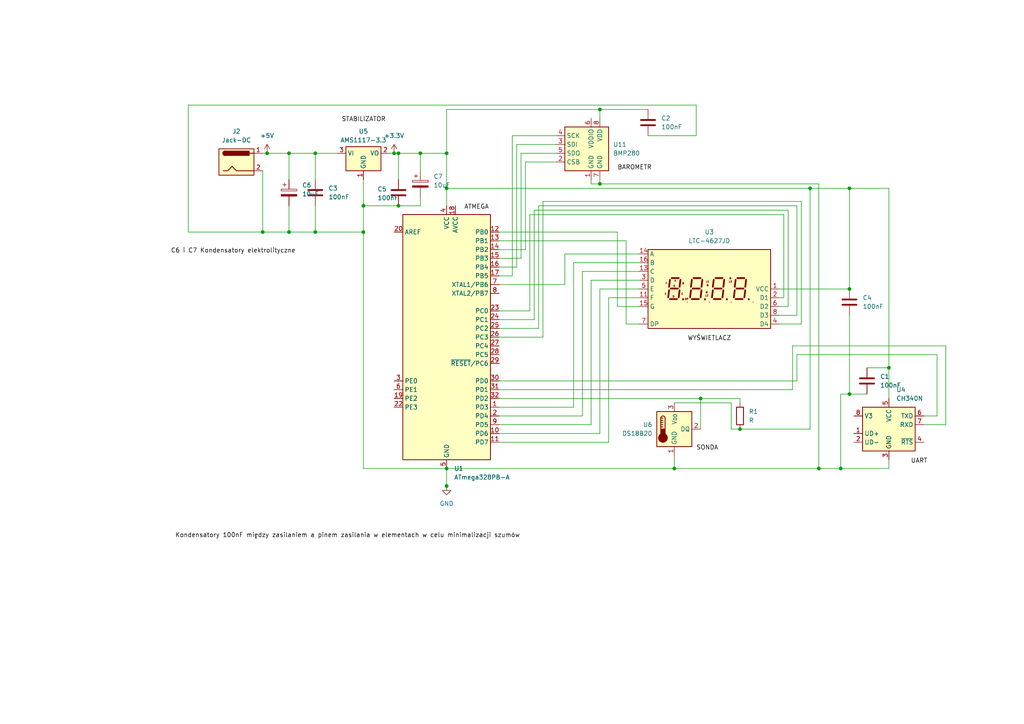
<source format=kicad_sch>
(kicad_sch
	(version 20250114)
	(generator "eeschema")
	(generator_version "9.0")
	(uuid "e40afc93-c638-4db4-a3d2-dd0c1823c5c6")
	(paper "A4")
	(lib_symbols
		(symbol "Connector:Jack-DC"
			(pin_names
				(offset 1.016)
			)
			(exclude_from_sim no)
			(in_bom yes)
			(on_board yes)
			(property "Reference" "J"
				(at 0 5.334 0)
				(effects
					(font
						(size 1.27 1.27)
					)
				)
			)
			(property "Value" "Jack-DC"
				(at 0 -5.08 0)
				(effects
					(font
						(size 1.27 1.27)
					)
				)
			)
			(property "Footprint" ""
				(at 1.27 -1.016 0)
				(effects
					(font
						(size 1.27 1.27)
					)
					(hide yes)
				)
			)
			(property "Datasheet" "~"
				(at 1.27 -1.016 0)
				(effects
					(font
						(size 1.27 1.27)
					)
					(hide yes)
				)
			)
			(property "Description" "DC Barrel Jack"
				(at 0 0 0)
				(effects
					(font
						(size 1.27 1.27)
					)
					(hide yes)
				)
			)
			(property "ki_keywords" "DC power barrel jack connector"
				(at 0 0 0)
				(effects
					(font
						(size 1.27 1.27)
					)
					(hide yes)
				)
			)
			(property "ki_fp_filters" "BarrelJack*"
				(at 0 0 0)
				(effects
					(font
						(size 1.27 1.27)
					)
					(hide yes)
				)
			)
			(symbol "Jack-DC_0_1"
				(rectangle
					(start -5.08 3.81)
					(end 5.08 -3.81)
					(stroke
						(width 0.254)
						(type default)
					)
					(fill
						(type background)
					)
				)
				(polyline
					(pts
						(xy -3.81 -2.54) (xy -2.54 -2.54) (xy -1.27 -1.27) (xy 0 -2.54) (xy 2.54 -2.54) (xy 5.08 -2.54)
					)
					(stroke
						(width 0.254)
						(type default)
					)
					(fill
						(type none)
					)
				)
				(arc
					(start -3.302 1.905)
					(mid -3.9343 2.54)
					(end -3.302 3.175)
					(stroke
						(width 0.254)
						(type default)
					)
					(fill
						(type none)
					)
				)
				(arc
					(start -3.302 1.905)
					(mid -3.9343 2.54)
					(end -3.302 3.175)
					(stroke
						(width 0.254)
						(type default)
					)
					(fill
						(type outline)
					)
				)
				(rectangle
					(start 3.683 3.175)
					(end -3.302 1.905)
					(stroke
						(width 0.254)
						(type default)
					)
					(fill
						(type outline)
					)
				)
				(polyline
					(pts
						(xy 5.08 2.54) (xy 3.81 2.54)
					)
					(stroke
						(width 0.254)
						(type default)
					)
					(fill
						(type none)
					)
				)
			)
			(symbol "Jack-DC_1_1"
				(pin passive line
					(at 7.62 2.54 180)
					(length 2.54)
					(name "~"
						(effects
							(font
								(size 1.27 1.27)
							)
						)
					)
					(number "1"
						(effects
							(font
								(size 1.27 1.27)
							)
						)
					)
				)
				(pin passive line
					(at 7.62 -2.54 180)
					(length 2.54)
					(name "~"
						(effects
							(font
								(size 1.27 1.27)
							)
						)
					)
					(number "2"
						(effects
							(font
								(size 1.27 1.27)
							)
						)
					)
				)
			)
			(embedded_fonts no)
		)
		(symbol "Device:C"
			(pin_numbers
				(hide yes)
			)
			(pin_names
				(offset 0.254)
			)
			(exclude_from_sim no)
			(in_bom yes)
			(on_board yes)
			(property "Reference" "C"
				(at 0.635 2.54 0)
				(effects
					(font
						(size 1.27 1.27)
					)
					(justify left)
				)
			)
			(property "Value" "C"
				(at 0.635 -2.54 0)
				(effects
					(font
						(size 1.27 1.27)
					)
					(justify left)
				)
			)
			(property "Footprint" ""
				(at 0.9652 -3.81 0)
				(effects
					(font
						(size 1.27 1.27)
					)
					(hide yes)
				)
			)
			(property "Datasheet" "~"
				(at 0 0 0)
				(effects
					(font
						(size 1.27 1.27)
					)
					(hide yes)
				)
			)
			(property "Description" "Unpolarized capacitor"
				(at 0 0 0)
				(effects
					(font
						(size 1.27 1.27)
					)
					(hide yes)
				)
			)
			(property "ki_keywords" "cap capacitor"
				(at 0 0 0)
				(effects
					(font
						(size 1.27 1.27)
					)
					(hide yes)
				)
			)
			(property "ki_fp_filters" "C_*"
				(at 0 0 0)
				(effects
					(font
						(size 1.27 1.27)
					)
					(hide yes)
				)
			)
			(symbol "C_0_1"
				(polyline
					(pts
						(xy -2.032 0.762) (xy 2.032 0.762)
					)
					(stroke
						(width 0.508)
						(type default)
					)
					(fill
						(type none)
					)
				)
				(polyline
					(pts
						(xy -2.032 -0.762) (xy 2.032 -0.762)
					)
					(stroke
						(width 0.508)
						(type default)
					)
					(fill
						(type none)
					)
				)
			)
			(symbol "C_1_1"
				(pin passive line
					(at 0 3.81 270)
					(length 2.794)
					(name "~"
						(effects
							(font
								(size 1.27 1.27)
							)
						)
					)
					(number "1"
						(effects
							(font
								(size 1.27 1.27)
							)
						)
					)
				)
				(pin passive line
					(at 0 -3.81 90)
					(length 2.794)
					(name "~"
						(effects
							(font
								(size 1.27 1.27)
							)
						)
					)
					(number "2"
						(effects
							(font
								(size 1.27 1.27)
							)
						)
					)
				)
			)
			(embedded_fonts no)
		)
		(symbol "Device:C_Polarized"
			(pin_numbers
				(hide yes)
			)
			(pin_names
				(offset 0.254)
			)
			(exclude_from_sim no)
			(in_bom yes)
			(on_board yes)
			(property "Reference" "C"
				(at 0.635 2.54 0)
				(effects
					(font
						(size 1.27 1.27)
					)
					(justify left)
				)
			)
			(property "Value" "C_Polarized"
				(at 0.635 -2.54 0)
				(effects
					(font
						(size 1.27 1.27)
					)
					(justify left)
				)
			)
			(property "Footprint" ""
				(at 0.9652 -3.81 0)
				(effects
					(font
						(size 1.27 1.27)
					)
					(hide yes)
				)
			)
			(property "Datasheet" "~"
				(at 0 0 0)
				(effects
					(font
						(size 1.27 1.27)
					)
					(hide yes)
				)
			)
			(property "Description" "Polarized capacitor"
				(at 0 0 0)
				(effects
					(font
						(size 1.27 1.27)
					)
					(hide yes)
				)
			)
			(property "ki_keywords" "cap capacitor"
				(at 0 0 0)
				(effects
					(font
						(size 1.27 1.27)
					)
					(hide yes)
				)
			)
			(property "ki_fp_filters" "CP_*"
				(at 0 0 0)
				(effects
					(font
						(size 1.27 1.27)
					)
					(hide yes)
				)
			)
			(symbol "C_Polarized_0_1"
				(rectangle
					(start -2.286 0.508)
					(end 2.286 1.016)
					(stroke
						(width 0)
						(type default)
					)
					(fill
						(type none)
					)
				)
				(polyline
					(pts
						(xy -1.778 2.286) (xy -0.762 2.286)
					)
					(stroke
						(width 0)
						(type default)
					)
					(fill
						(type none)
					)
				)
				(polyline
					(pts
						(xy -1.27 2.794) (xy -1.27 1.778)
					)
					(stroke
						(width 0)
						(type default)
					)
					(fill
						(type none)
					)
				)
				(rectangle
					(start 2.286 -0.508)
					(end -2.286 -1.016)
					(stroke
						(width 0)
						(type default)
					)
					(fill
						(type outline)
					)
				)
			)
			(symbol "C_Polarized_1_1"
				(pin passive line
					(at 0 3.81 270)
					(length 2.794)
					(name "~"
						(effects
							(font
								(size 1.27 1.27)
							)
						)
					)
					(number "1"
						(effects
							(font
								(size 1.27 1.27)
							)
						)
					)
				)
				(pin passive line
					(at 0 -3.81 90)
					(length 2.794)
					(name "~"
						(effects
							(font
								(size 1.27 1.27)
							)
						)
					)
					(number "2"
						(effects
							(font
								(size 1.27 1.27)
							)
						)
					)
				)
			)
			(embedded_fonts no)
		)
		(symbol "Device:R"
			(pin_numbers
				(hide yes)
			)
			(pin_names
				(offset 0)
			)
			(exclude_from_sim no)
			(in_bom yes)
			(on_board yes)
			(property "Reference" "R"
				(at 2.032 0 90)
				(effects
					(font
						(size 1.27 1.27)
					)
				)
			)
			(property "Value" "R"
				(at 0 0 90)
				(effects
					(font
						(size 1.27 1.27)
					)
				)
			)
			(property "Footprint" ""
				(at -1.778 0 90)
				(effects
					(font
						(size 1.27 1.27)
					)
					(hide yes)
				)
			)
			(property "Datasheet" "~"
				(at 0 0 0)
				(effects
					(font
						(size 1.27 1.27)
					)
					(hide yes)
				)
			)
			(property "Description" "Resistor"
				(at 0 0 0)
				(effects
					(font
						(size 1.27 1.27)
					)
					(hide yes)
				)
			)
			(property "ki_keywords" "R res resistor"
				(at 0 0 0)
				(effects
					(font
						(size 1.27 1.27)
					)
					(hide yes)
				)
			)
			(property "ki_fp_filters" "R_*"
				(at 0 0 0)
				(effects
					(font
						(size 1.27 1.27)
					)
					(hide yes)
				)
			)
			(symbol "R_0_1"
				(rectangle
					(start -1.016 -2.54)
					(end 1.016 2.54)
					(stroke
						(width 0.254)
						(type default)
					)
					(fill
						(type none)
					)
				)
			)
			(symbol "R_1_1"
				(pin passive line
					(at 0 3.81 270)
					(length 1.27)
					(name "~"
						(effects
							(font
								(size 1.27 1.27)
							)
						)
					)
					(number "1"
						(effects
							(font
								(size 1.27 1.27)
							)
						)
					)
				)
				(pin passive line
					(at 0 -3.81 90)
					(length 1.27)
					(name "~"
						(effects
							(font
								(size 1.27 1.27)
							)
						)
					)
					(number "2"
						(effects
							(font
								(size 1.27 1.27)
							)
						)
					)
				)
			)
			(embedded_fonts no)
		)
		(symbol "Display_Character:LTC-4627JD"
			(exclude_from_sim no)
			(in_bom yes)
			(on_board yes)
			(property "Reference" "U3"
				(at 0 16.51 0)
				(effects
					(font
						(size 1.27 1.27)
					)
				)
			)
			(property "Value" "LTC-4627JD"
				(at 0 13.97 0)
				(effects
					(font
						(size 1.27 1.27)
					)
				)
			)
			(property "Footprint" "Display_7Segment:LTC-4627Jx"
				(at 0 -12.7 0)
				(effects
					(font
						(size 1.27 1.27)
					)
					(hide yes)
				)
			)
			(property "Datasheet" "http://optoelectronics.liteon.com/upload/download/DS30-2001-093/LTC-4627JD.pdf"
				(at -10.16 0 0)
				(effects
					(font
						(size 1.27 1.27)
					)
					(hide yes)
				)
			)
			(property "Description" "4 digit 7 segment hyper red, common anode"
				(at 0 0 0)
				(effects
					(font
						(size 1.27 1.27)
					)
					(hide yes)
				)
			)
			(property "ki_keywords" "display LED 7-segment"
				(at 0 0 0)
				(effects
					(font
						(size 1.27 1.27)
					)
					(hide yes)
				)
			)
			(property "ki_fp_filters" "LTC?4627J*"
				(at 0 0 0)
				(effects
					(font
						(size 1.27 1.27)
					)
					(hide yes)
				)
			)
			(symbol "LTC-4627JD_0_1"
				(rectangle
					(start -17.78 -11.43)
					(end 17.78 11.43)
					(stroke
						(width 0.254)
						(type default)
					)
					(fill
						(type background)
					)
				)
				(rectangle
					(start -6.35 -3.81)
					(end -6.35 -3.81)
					(stroke
						(width 0.254)
						(type default)
					)
					(fill
						(type none)
					)
				)
				(polyline
					(pts
						(xy -6.35 -3.81) (xy -6.35 -3.81)
					)
					(stroke
						(width 0.254)
						(type default)
					)
					(fill
						(type none)
					)
				)
				(polyline
					(pts
						(xy 0 -3.81) (xy 0 -3.81)
					)
					(stroke
						(width 0.254)
						(type default)
					)
					(fill
						(type none)
					)
				)
				(rectangle
					(start 0 -3.81)
					(end 0 -3.81)
					(stroke
						(width 0.254)
						(type default)
					)
					(fill
						(type none)
					)
				)
				(polyline
					(pts
						(xy 6.35 -3.81) (xy 6.35 -3.81)
					)
					(stroke
						(width 0.254)
						(type default)
					)
					(fill
						(type none)
					)
				)
				(rectangle
					(start 6.35 -3.81)
					(end 6.35 -3.81)
					(stroke
						(width 0.254)
						(type default)
					)
					(fill
						(type none)
					)
				)
				(polyline
					(pts
						(xy 12.7 -3.81) (xy 12.7 -3.81)
					)
					(stroke
						(width 0.254)
						(type default)
					)
					(fill
						(type none)
					)
				)
				(rectangle
					(start 12.7 -3.81)
					(end 12.7 -3.81)
					(stroke
						(width 0.254)
						(type default)
					)
					(fill
						(type none)
					)
				)
			)
			(symbol "LTC-4627JD_1_0"
				(text "E"
					(at -12.7 -1.397 0)
					(effects
						(font
							(size 0.508 0.508)
						)
					)
				)
				(text "F"
					(at -12.446 1.651 0)
					(effects
						(font
							(size 0.508 0.508)
						)
					)
				)
				(text "D"
					(at -10.414 -2.159 0)
					(effects
						(font
							(size 0.508 0.508)
						)
					)
				)
				(text "G"
					(at -10.16 0.889 0)
					(effects
						(font
							(size 0.508 0.508)
						)
					)
				)
				(text "A"
					(at -9.906 2.413 0)
					(effects
						(font
							(size 0.508 0.508)
						)
					)
				)
				(text "C"
					(at -7.874 -1.397 0)
					(effects
						(font
							(size 0.508 0.508)
						)
					)
				)
				(text "B"
					(at -7.62 1.651 0)
					(effects
						(font
							(size 0.508 0.508)
						)
					)
				)
				(text "DP"
					(at -6.604 -2.921 0)
					(effects
						(font
							(size 0.508 0.508)
						)
					)
				)
				(text "L2"
					(at -0.762 -1.905 0)
					(effects
						(font
							(size 0.508 0.508)
						)
					)
				)
				(text "L1"
					(at -0.508 2.159 0)
					(effects
						(font
							(size 0.508 0.508)
						)
					)
				)
				(text "L3"
					(at 6.096 2.159 0)
					(effects
						(font
							(size 0.508 0.508)
						)
					)
				)
			)
			(symbol "LTC-4627JD_1_1"
				(polyline
					(pts
						(xy -11.684 -0.381) (xy -11.938 -2.413)
					)
					(stroke
						(width 0.508)
						(type default)
					)
					(fill
						(type none)
					)
				)
				(polyline
					(pts
						(xy -11.43 2.667) (xy -11.684 0.635)
					)
					(stroke
						(width 0.508)
						(type default)
					)
					(fill
						(type none)
					)
				)
				(polyline
					(pts
						(xy -11.43 -2.921) (xy -9.398 -2.921)
					)
					(stroke
						(width 0.508)
						(type default)
					)
					(fill
						(type none)
					)
				)
				(polyline
					(pts
						(xy -11.176 0.127) (xy -9.144 0.127)
					)
					(stroke
						(width 0.508)
						(type default)
					)
					(fill
						(type none)
					)
				)
				(polyline
					(pts
						(xy -10.922 3.175) (xy -8.89 3.175)
					)
					(stroke
						(width 0.508)
						(type default)
					)
					(fill
						(type none)
					)
				)
				(polyline
					(pts
						(xy -8.636 -0.381) (xy -8.89 -2.413)
					)
					(stroke
						(width 0.508)
						(type default)
					)
					(fill
						(type none)
					)
				)
				(polyline
					(pts
						(xy -8.382 2.667) (xy -8.636 0.635)
					)
					(stroke
						(width 0.508)
						(type default)
					)
					(fill
						(type none)
					)
				)
				(polyline
					(pts
						(xy -7.62 -3.048) (xy -7.62 -2.921)
					)
					(stroke
						(width 0.508)
						(type default)
					)
					(fill
						(type none)
					)
				)
				(polyline
					(pts
						(xy -5.334 -0.381) (xy -5.588 -2.413)
					)
					(stroke
						(width 0.508)
						(type default)
					)
					(fill
						(type none)
					)
				)
				(polyline
					(pts
						(xy -5.08 2.667) (xy -5.334 0.635)
					)
					(stroke
						(width 0.508)
						(type default)
					)
					(fill
						(type none)
					)
				)
				(polyline
					(pts
						(xy -5.08 -2.921) (xy -3.048 -2.921)
					)
					(stroke
						(width 0.508)
						(type default)
					)
					(fill
						(type none)
					)
				)
				(polyline
					(pts
						(xy -4.826 0.127) (xy -2.794 0.127)
					)
					(stroke
						(width 0.508)
						(type default)
					)
					(fill
						(type none)
					)
				)
				(polyline
					(pts
						(xy -4.572 3.175) (xy -2.54 3.175)
					)
					(stroke
						(width 0.508)
						(type default)
					)
					(fill
						(type none)
					)
				)
				(polyline
					(pts
						(xy -2.286 -0.381) (xy -2.54 -2.413)
					)
					(stroke
						(width 0.508)
						(type default)
					)
					(fill
						(type none)
					)
				)
				(polyline
					(pts
						(xy -2.032 2.667) (xy -2.286 0.635)
					)
					(stroke
						(width 0.508)
						(type default)
					)
					(fill
						(type none)
					)
				)
				(polyline
					(pts
						(xy -1.27 -3.048) (xy -1.27 -2.921)
					)
					(stroke
						(width 0.508)
						(type default)
					)
					(fill
						(type none)
					)
				)
				(polyline
					(pts
						(xy -0.762 -1.016) (xy -0.762 -0.889)
					)
					(stroke
						(width 0.508)
						(type default)
					)
					(fill
						(type none)
					)
				)
				(polyline
					(pts
						(xy -0.508 1.016) (xy -0.508 1.143)
					)
					(stroke
						(width 0.508)
						(type default)
					)
					(fill
						(type none)
					)
				)
				(polyline
					(pts
						(xy 1.016 -0.381) (xy 0.762 -2.413)
					)
					(stroke
						(width 0.508)
						(type default)
					)
					(fill
						(type none)
					)
				)
				(polyline
					(pts
						(xy 1.27 2.667) (xy 1.016 0.635)
					)
					(stroke
						(width 0.508)
						(type default)
					)
					(fill
						(type none)
					)
				)
				(polyline
					(pts
						(xy 1.27 -2.921) (xy 3.302 -2.921)
					)
					(stroke
						(width 0.508)
						(type default)
					)
					(fill
						(type none)
					)
				)
				(polyline
					(pts
						(xy 1.524 0.127) (xy 3.556 0.127)
					)
					(stroke
						(width 0.508)
						(type default)
					)
					(fill
						(type none)
					)
				)
				(polyline
					(pts
						(xy 1.778 3.175) (xy 3.81 3.175)
					)
					(stroke
						(width 0.508)
						(type default)
					)
					(fill
						(type none)
					)
				)
				(polyline
					(pts
						(xy 4.064 -0.381) (xy 3.81 -2.413)
					)
					(stroke
						(width 0.508)
						(type default)
					)
					(fill
						(type none)
					)
				)
				(polyline
					(pts
						(xy 4.318 2.667) (xy 4.064 0.635)
					)
					(stroke
						(width 0.508)
						(type default)
					)
					(fill
						(type none)
					)
				)
				(polyline
					(pts
						(xy 5.08 -3.048) (xy 5.08 -2.921)
					)
					(stroke
						(width 0.508)
						(type default)
					)
					(fill
						(type none)
					)
				)
				(polyline
					(pts
						(xy 6.096 3.048) (xy 6.096 3.175)
					)
					(stroke
						(width 0.508)
						(type default)
					)
					(fill
						(type none)
					)
				)
				(polyline
					(pts
						(xy 7.366 -0.381) (xy 7.112 -2.413)
					)
					(stroke
						(width 0.508)
						(type default)
					)
					(fill
						(type none)
					)
				)
				(polyline
					(pts
						(xy 7.62 2.667) (xy 7.366 0.635)
					)
					(stroke
						(width 0.508)
						(type default)
					)
					(fill
						(type none)
					)
				)
				(polyline
					(pts
						(xy 7.62 -2.921) (xy 9.652 -2.921)
					)
					(stroke
						(width 0.508)
						(type default)
					)
					(fill
						(type none)
					)
				)
				(polyline
					(pts
						(xy 7.874 0.127) (xy 9.906 0.127)
					)
					(stroke
						(width 0.508)
						(type default)
					)
					(fill
						(type none)
					)
				)
				(polyline
					(pts
						(xy 8.128 3.175) (xy 10.16 3.175)
					)
					(stroke
						(width 0.508)
						(type default)
					)
					(fill
						(type none)
					)
				)
				(polyline
					(pts
						(xy 10.414 -0.381) (xy 10.16 -2.413)
					)
					(stroke
						(width 0.508)
						(type default)
					)
					(fill
						(type none)
					)
				)
				(polyline
					(pts
						(xy 10.668 2.667) (xy 10.414 0.635)
					)
					(stroke
						(width 0.508)
						(type default)
					)
					(fill
						(type none)
					)
				)
				(polyline
					(pts
						(xy 11.43 -3.048) (xy 11.43 -2.921)
					)
					(stroke
						(width 0.508)
						(type default)
					)
					(fill
						(type none)
					)
				)
				(pin input line
					(at -20.32 10.16 0)
					(length 2.54)
					(name "A"
						(effects
							(font
								(size 1.27 1.27)
							)
						)
					)
					(number "14"
						(effects
							(font
								(size 1.27 1.27)
							)
						)
					)
				)
				(pin input line
					(at -20.32 7.62 0)
					(length 2.54)
					(name "B"
						(effects
							(font
								(size 1.27 1.27)
							)
						)
					)
					(number "16"
						(effects
							(font
								(size 1.27 1.27)
							)
						)
					)
				)
				(pin input line
					(at -20.32 5.08 0)
					(length 2.54)
					(name "C"
						(effects
							(font
								(size 1.27 1.27)
							)
						)
					)
					(number "13"
						(effects
							(font
								(size 1.27 1.27)
							)
						)
					)
				)
				(pin input line
					(at -20.32 2.54 0)
					(length 2.54)
					(name "D"
						(effects
							(font
								(size 1.27 1.27)
							)
						)
					)
					(number "3"
						(effects
							(font
								(size 1.27 1.27)
							)
						)
					)
				)
				(pin input line
					(at -20.32 0 0)
					(length 2.54)
					(name "E"
						(effects
							(font
								(size 1.27 1.27)
							)
						)
					)
					(number "5"
						(effects
							(font
								(size 1.27 1.27)
							)
						)
					)
				)
				(pin input line
					(at -20.32 -2.54 0)
					(length 2.54)
					(name "F"
						(effects
							(font
								(size 1.27 1.27)
							)
						)
					)
					(number "11"
						(effects
							(font
								(size 1.27 1.27)
							)
						)
					)
				)
				(pin input line
					(at -20.32 -5.08 0)
					(length 2.54)
					(name "G"
						(effects
							(font
								(size 1.27 1.27)
							)
						)
					)
					(number "15"
						(effects
							(font
								(size 1.27 1.27)
							)
						)
					)
				)
				(pin input line
					(at -20.32 -10.16 0)
					(length 2.54)
					(name "DP"
						(effects
							(font
								(size 1.27 1.27)
							)
						)
					)
					(number "7"
						(effects
							(font
								(size 1.27 1.27)
							)
						)
					)
				)
				(pin no_connect line
					(at 17.78 7.62 180)
					(length 2.54)
					(hide yes)
					(name "NC"
						(effects
							(font
								(size 1.27 1.27)
							)
						)
					)
					(number "9"
						(effects
							(font
								(size 1.27 1.27)
							)
						)
					)
				)
				(pin input line
					(at 20.32 0 180)
					(length 2.54)
					(name "VCC"
						(effects
							(font
								(size 1.27 1.27)
							)
						)
					)
					(number "1"
						(effects
							(font
								(size 1.27 1.27)
							)
						)
					)
				)
				(pin input line
					(at 20.32 -2.54 180)
					(length 2.54)
					(name "D1"
						(effects
							(font
								(size 1.27 1.27)
							)
						)
					)
					(number "2"
						(effects
							(font
								(size 1.27 1.27)
							)
						)
					)
				)
				(pin input line
					(at 20.32 -5.08 180)
					(length 2.54)
					(name "D2"
						(effects
							(font
								(size 1.27 1.27)
							)
						)
					)
					(number "6"
						(effects
							(font
								(size 1.27 1.27)
							)
						)
					)
				)
				(pin input line
					(at 20.32 -7.62 180)
					(length 2.54)
					(name "D3"
						(effects
							(font
								(size 1.27 1.27)
							)
						)
					)
					(number "8"
						(effects
							(font
								(size 1.27 1.27)
							)
						)
					)
				)
				(pin input line
					(at 20.32 -10.16 180)
					(length 2.54)
					(name "D4"
						(effects
							(font
								(size 1.27 1.27)
							)
						)
					)
					(number "4"
						(effects
							(font
								(size 1.27 1.27)
							)
						)
					)
				)
			)
			(embedded_fonts no)
		)
		(symbol "Interface_USB:CH340N"
			(exclude_from_sim no)
			(in_bom yes)
			(on_board yes)
			(property "Reference" "U"
				(at -7.62 6.35 0)
				(effects
					(font
						(size 1.27 1.27)
					)
					(justify left)
				)
			)
			(property "Value" "CH340N"
				(at 7.62 6.35 0)
				(effects
					(font
						(size 1.27 1.27)
					)
					(justify right)
				)
			)
			(property "Footprint" "Package_SO:JEITA_SOIC-8_3.9x4.9mm_P1.27mm"
				(at -3.81 19.05 0)
				(effects
					(font
						(size 1.27 1.27)
					)
					(hide yes)
				)
			)
			(property "Datasheet" "https://aitendo3.sakura.ne.jp/aitendo_data/product_img/ic/inteface/CH340N/ch340n.pdf"
				(at -2.54 5.08 0)
				(effects
					(font
						(size 1.27 1.27)
					)
					(hide yes)
				)
			)
			(property "Description" "USB serial converter, 2Mbps, UART, JEITA SOIC-8 (SOP-8)"
				(at 0 0 0)
				(effects
					(font
						(size 1.27 1.27)
					)
					(hide yes)
				)
			)
			(property "ki_keywords" "USB UART Serial Converter Interface"
				(at 0 0 0)
				(effects
					(font
						(size 1.27 1.27)
					)
					(hide yes)
				)
			)
			(property "ki_fp_filters" "JEITA?SOIC*3.9x4.9mm*P1.27mm*"
				(at 0 0 0)
				(effects
					(font
						(size 1.27 1.27)
					)
					(hide yes)
				)
			)
			(symbol "CH340N_0_1"
				(rectangle
					(start -7.62 5.08)
					(end 7.62 -7.62)
					(stroke
						(width 0.254)
						(type default)
					)
					(fill
						(type background)
					)
				)
			)
			(symbol "CH340N_1_1"
				(pin passive line
					(at -10.16 2.54 0)
					(length 2.54)
					(name "V3"
						(effects
							(font
								(size 1.27 1.27)
							)
						)
					)
					(number "8"
						(effects
							(font
								(size 1.27 1.27)
							)
						)
					)
				)
				(pin bidirectional line
					(at -10.16 -2.54 0)
					(length 2.54)
					(name "UD+"
						(effects
							(font
								(size 1.27 1.27)
							)
						)
					)
					(number "1"
						(effects
							(font
								(size 1.27 1.27)
							)
						)
					)
				)
				(pin bidirectional line
					(at -10.16 -5.08 0)
					(length 2.54)
					(name "UD-"
						(effects
							(font
								(size 1.27 1.27)
							)
						)
					)
					(number "2"
						(effects
							(font
								(size 1.27 1.27)
							)
						)
					)
				)
				(pin power_in line
					(at 0 7.62 270)
					(length 2.54)
					(name "VCC"
						(effects
							(font
								(size 1.27 1.27)
							)
						)
					)
					(number "5"
						(effects
							(font
								(size 1.27 1.27)
							)
						)
					)
				)
				(pin power_in line
					(at 0 -10.16 90)
					(length 2.54)
					(name "GND"
						(effects
							(font
								(size 1.27 1.27)
							)
						)
					)
					(number "3"
						(effects
							(font
								(size 1.27 1.27)
							)
						)
					)
				)
				(pin output line
					(at 10.16 2.54 180)
					(length 2.54)
					(name "TXD"
						(effects
							(font
								(size 1.27 1.27)
							)
						)
					)
					(number "6"
						(effects
							(font
								(size 1.27 1.27)
							)
						)
					)
				)
				(pin input line
					(at 10.16 0 180)
					(length 2.54)
					(name "RXD"
						(effects
							(font
								(size 1.27 1.27)
							)
						)
					)
					(number "7"
						(effects
							(font
								(size 1.27 1.27)
							)
						)
					)
				)
				(pin output line
					(at 10.16 -5.08 180)
					(length 2.54)
					(name "~{RTS}"
						(effects
							(font
								(size 1.27 1.27)
							)
						)
					)
					(number "4"
						(effects
							(font
								(size 1.27 1.27)
							)
						)
					)
				)
			)
			(embedded_fonts no)
		)
		(symbol "MCU_Microchip_ATmega:ATmega328PB-A"
			(exclude_from_sim no)
			(in_bom yes)
			(on_board yes)
			(property "Reference" "U"
				(at -12.7 36.83 0)
				(effects
					(font
						(size 1.27 1.27)
					)
					(justify left bottom)
				)
			)
			(property "Value" "ATmega328PB-A"
				(at 2.54 -36.83 0)
				(effects
					(font
						(size 1.27 1.27)
					)
					(justify left top)
				)
			)
			(property "Footprint" "Package_QFP:TQFP-32_7x7mm_P0.8mm"
				(at 0 0 0)
				(effects
					(font
						(size 1.27 1.27)
						(italic yes)
					)
					(hide yes)
				)
			)
			(property "Datasheet" "http://ww1.microchip.com/downloads/en/DeviceDoc/40001906C.pdf"
				(at 0 0 0)
				(effects
					(font
						(size 1.27 1.27)
					)
					(hide yes)
				)
			)
			(property "Description" "20MHz, 32kB Flash, 2kB SRAM, 1kB EEPROM, TQFP-32"
				(at 0 0 0)
				(effects
					(font
						(size 1.27 1.27)
					)
					(hide yes)
				)
			)
			(property "ki_keywords" "AVR 8bit Microcontroller MegaAVR"
				(at 0 0 0)
				(effects
					(font
						(size 1.27 1.27)
					)
					(hide yes)
				)
			)
			(property "ki_fp_filters" "TQFP*7x7mm*P0.8mm*"
				(at 0 0 0)
				(effects
					(font
						(size 1.27 1.27)
					)
					(hide yes)
				)
			)
			(symbol "ATmega328PB-A_0_1"
				(rectangle
					(start -12.7 -35.56)
					(end 12.7 35.56)
					(stroke
						(width 0.254)
						(type default)
					)
					(fill
						(type background)
					)
				)
			)
			(symbol "ATmega328PB-A_1_1"
				(pin passive line
					(at -15.24 30.48 0)
					(length 2.54)
					(name "AREF"
						(effects
							(font
								(size 1.27 1.27)
							)
						)
					)
					(number "20"
						(effects
							(font
								(size 1.27 1.27)
							)
						)
					)
				)
				(pin bidirectional line
					(at -15.24 -12.7 0)
					(length 2.54)
					(name "PE0"
						(effects
							(font
								(size 1.27 1.27)
							)
						)
					)
					(number "3"
						(effects
							(font
								(size 1.27 1.27)
							)
						)
					)
				)
				(pin bidirectional line
					(at -15.24 -15.24 0)
					(length 2.54)
					(name "PE1"
						(effects
							(font
								(size 1.27 1.27)
							)
						)
					)
					(number "6"
						(effects
							(font
								(size 1.27 1.27)
							)
						)
					)
				)
				(pin bidirectional line
					(at -15.24 -17.78 0)
					(length 2.54)
					(name "PE2"
						(effects
							(font
								(size 1.27 1.27)
							)
						)
					)
					(number "19"
						(effects
							(font
								(size 1.27 1.27)
							)
						)
					)
				)
				(pin bidirectional line
					(at -15.24 -20.32 0)
					(length 2.54)
					(name "PE3"
						(effects
							(font
								(size 1.27 1.27)
							)
						)
					)
					(number "22"
						(effects
							(font
								(size 1.27 1.27)
							)
						)
					)
				)
				(pin power_in line
					(at 0 38.1 270)
					(length 2.54)
					(name "VCC"
						(effects
							(font
								(size 1.27 1.27)
							)
						)
					)
					(number "4"
						(effects
							(font
								(size 1.27 1.27)
							)
						)
					)
				)
				(pin passive line
					(at 0 -38.1 90)
					(length 2.54)
					(hide yes)
					(name "GND"
						(effects
							(font
								(size 1.27 1.27)
							)
						)
					)
					(number "21"
						(effects
							(font
								(size 1.27 1.27)
							)
						)
					)
				)
				(pin power_in line
					(at 0 -38.1 90)
					(length 2.54)
					(name "GND"
						(effects
							(font
								(size 1.27 1.27)
							)
						)
					)
					(number "5"
						(effects
							(font
								(size 1.27 1.27)
							)
						)
					)
				)
				(pin power_in line
					(at 2.54 38.1 270)
					(length 2.54)
					(name "AVCC"
						(effects
							(font
								(size 1.27 1.27)
							)
						)
					)
					(number "18"
						(effects
							(font
								(size 1.27 1.27)
							)
						)
					)
				)
				(pin bidirectional line
					(at 15.24 30.48 180)
					(length 2.54)
					(name "PB0"
						(effects
							(font
								(size 1.27 1.27)
							)
						)
					)
					(number "12"
						(effects
							(font
								(size 1.27 1.27)
							)
						)
					)
				)
				(pin bidirectional line
					(at 15.24 27.94 180)
					(length 2.54)
					(name "PB1"
						(effects
							(font
								(size 1.27 1.27)
							)
						)
					)
					(number "13"
						(effects
							(font
								(size 1.27 1.27)
							)
						)
					)
				)
				(pin bidirectional line
					(at 15.24 25.4 180)
					(length 2.54)
					(name "PB2"
						(effects
							(font
								(size 1.27 1.27)
							)
						)
					)
					(number "14"
						(effects
							(font
								(size 1.27 1.27)
							)
						)
					)
				)
				(pin bidirectional line
					(at 15.24 22.86 180)
					(length 2.54)
					(name "PB3"
						(effects
							(font
								(size 1.27 1.27)
							)
						)
					)
					(number "15"
						(effects
							(font
								(size 1.27 1.27)
							)
						)
					)
				)
				(pin bidirectional line
					(at 15.24 20.32 180)
					(length 2.54)
					(name "PB4"
						(effects
							(font
								(size 1.27 1.27)
							)
						)
					)
					(number "16"
						(effects
							(font
								(size 1.27 1.27)
							)
						)
					)
				)
				(pin bidirectional line
					(at 15.24 17.78 180)
					(length 2.54)
					(name "PB5"
						(effects
							(font
								(size 1.27 1.27)
							)
						)
					)
					(number "17"
						(effects
							(font
								(size 1.27 1.27)
							)
						)
					)
				)
				(pin bidirectional line
					(at 15.24 15.24 180)
					(length 2.54)
					(name "XTAL1/PB6"
						(effects
							(font
								(size 1.27 1.27)
							)
						)
					)
					(number "7"
						(effects
							(font
								(size 1.27 1.27)
							)
						)
					)
				)
				(pin bidirectional line
					(at 15.24 12.7 180)
					(length 2.54)
					(name "XTAL2/PB7"
						(effects
							(font
								(size 1.27 1.27)
							)
						)
					)
					(number "8"
						(effects
							(font
								(size 1.27 1.27)
							)
						)
					)
				)
				(pin bidirectional line
					(at 15.24 7.62 180)
					(length 2.54)
					(name "PC0"
						(effects
							(font
								(size 1.27 1.27)
							)
						)
					)
					(number "23"
						(effects
							(font
								(size 1.27 1.27)
							)
						)
					)
				)
				(pin bidirectional line
					(at 15.24 5.08 180)
					(length 2.54)
					(name "PC1"
						(effects
							(font
								(size 1.27 1.27)
							)
						)
					)
					(number "24"
						(effects
							(font
								(size 1.27 1.27)
							)
						)
					)
				)
				(pin bidirectional line
					(at 15.24 2.54 180)
					(length 2.54)
					(name "PC2"
						(effects
							(font
								(size 1.27 1.27)
							)
						)
					)
					(number "25"
						(effects
							(font
								(size 1.27 1.27)
							)
						)
					)
				)
				(pin bidirectional line
					(at 15.24 0 180)
					(length 2.54)
					(name "PC3"
						(effects
							(font
								(size 1.27 1.27)
							)
						)
					)
					(number "26"
						(effects
							(font
								(size 1.27 1.27)
							)
						)
					)
				)
				(pin bidirectional line
					(at 15.24 -2.54 180)
					(length 2.54)
					(name "PC4"
						(effects
							(font
								(size 1.27 1.27)
							)
						)
					)
					(number "27"
						(effects
							(font
								(size 1.27 1.27)
							)
						)
					)
				)
				(pin bidirectional line
					(at 15.24 -5.08 180)
					(length 2.54)
					(name "PC5"
						(effects
							(font
								(size 1.27 1.27)
							)
						)
					)
					(number "28"
						(effects
							(font
								(size 1.27 1.27)
							)
						)
					)
				)
				(pin bidirectional line
					(at 15.24 -7.62 180)
					(length 2.54)
					(name "~{RESET}/PC6"
						(effects
							(font
								(size 1.27 1.27)
							)
						)
					)
					(number "29"
						(effects
							(font
								(size 1.27 1.27)
							)
						)
					)
				)
				(pin bidirectional line
					(at 15.24 -12.7 180)
					(length 2.54)
					(name "PD0"
						(effects
							(font
								(size 1.27 1.27)
							)
						)
					)
					(number "30"
						(effects
							(font
								(size 1.27 1.27)
							)
						)
					)
				)
				(pin bidirectional line
					(at 15.24 -15.24 180)
					(length 2.54)
					(name "PD1"
						(effects
							(font
								(size 1.27 1.27)
							)
						)
					)
					(number "31"
						(effects
							(font
								(size 1.27 1.27)
							)
						)
					)
				)
				(pin bidirectional line
					(at 15.24 -17.78 180)
					(length 2.54)
					(name "PD2"
						(effects
							(font
								(size 1.27 1.27)
							)
						)
					)
					(number "32"
						(effects
							(font
								(size 1.27 1.27)
							)
						)
					)
				)
				(pin bidirectional line
					(at 15.24 -20.32 180)
					(length 2.54)
					(name "PD3"
						(effects
							(font
								(size 1.27 1.27)
							)
						)
					)
					(number "1"
						(effects
							(font
								(size 1.27 1.27)
							)
						)
					)
				)
				(pin bidirectional line
					(at 15.24 -22.86 180)
					(length 2.54)
					(name "PD4"
						(effects
							(font
								(size 1.27 1.27)
							)
						)
					)
					(number "2"
						(effects
							(font
								(size 1.27 1.27)
							)
						)
					)
				)
				(pin bidirectional line
					(at 15.24 -25.4 180)
					(length 2.54)
					(name "PD5"
						(effects
							(font
								(size 1.27 1.27)
							)
						)
					)
					(number "9"
						(effects
							(font
								(size 1.27 1.27)
							)
						)
					)
				)
				(pin bidirectional line
					(at 15.24 -27.94 180)
					(length 2.54)
					(name "PD6"
						(effects
							(font
								(size 1.27 1.27)
							)
						)
					)
					(number "10"
						(effects
							(font
								(size 1.27 1.27)
							)
						)
					)
				)
				(pin bidirectional line
					(at 15.24 -30.48 180)
					(length 2.54)
					(name "PD7"
						(effects
							(font
								(size 1.27 1.27)
							)
						)
					)
					(number "11"
						(effects
							(font
								(size 1.27 1.27)
							)
						)
					)
				)
			)
			(embedded_fonts no)
		)
		(symbol "Regulator_Linear:AMS1117-3.3"
			(exclude_from_sim no)
			(in_bom yes)
			(on_board yes)
			(property "Reference" "U"
				(at -3.81 3.175 0)
				(effects
					(font
						(size 1.27 1.27)
					)
				)
			)
			(property "Value" "AMS1117-3.3"
				(at 0 3.175 0)
				(effects
					(font
						(size 1.27 1.27)
					)
					(justify left)
				)
			)
			(property "Footprint" "Package_TO_SOT_SMD:SOT-223-3_TabPin2"
				(at 0 5.08 0)
				(effects
					(font
						(size 1.27 1.27)
					)
					(hide yes)
				)
			)
			(property "Datasheet" "http://www.advanced-monolithic.com/pdf/ds1117.pdf"
				(at 2.54 -6.35 0)
				(effects
					(font
						(size 1.27 1.27)
					)
					(hide yes)
				)
			)
			(property "Description" "1A Low Dropout regulator, positive, 3.3V fixed output, SOT-223"
				(at 0 0 0)
				(effects
					(font
						(size 1.27 1.27)
					)
					(hide yes)
				)
			)
			(property "ki_keywords" "linear regulator ldo fixed positive"
				(at 0 0 0)
				(effects
					(font
						(size 1.27 1.27)
					)
					(hide yes)
				)
			)
			(property "ki_fp_filters" "SOT?223*TabPin2*"
				(at 0 0 0)
				(effects
					(font
						(size 1.27 1.27)
					)
					(hide yes)
				)
			)
			(symbol "AMS1117-3.3_0_1"
				(rectangle
					(start -5.08 -5.08)
					(end 5.08 1.905)
					(stroke
						(width 0.254)
						(type default)
					)
					(fill
						(type background)
					)
				)
			)
			(symbol "AMS1117-3.3_1_1"
				(pin power_in line
					(at -7.62 0 0)
					(length 2.54)
					(name "VI"
						(effects
							(font
								(size 1.27 1.27)
							)
						)
					)
					(number "3"
						(effects
							(font
								(size 1.27 1.27)
							)
						)
					)
				)
				(pin power_in line
					(at 0 -7.62 90)
					(length 2.54)
					(name "GND"
						(effects
							(font
								(size 1.27 1.27)
							)
						)
					)
					(number "1"
						(effects
							(font
								(size 1.27 1.27)
							)
						)
					)
				)
				(pin power_out line
					(at 7.62 0 180)
					(length 2.54)
					(name "VO"
						(effects
							(font
								(size 1.27 1.27)
							)
						)
					)
					(number "2"
						(effects
							(font
								(size 1.27 1.27)
							)
						)
					)
				)
			)
			(embedded_fonts no)
		)
		(symbol "Sensor_Pressure:BMP280"
			(exclude_from_sim no)
			(in_bom yes)
			(on_board yes)
			(property "Reference" "U11"
				(at 6.35 2.5401 0)
				(effects
					(font
						(size 1.27 1.27)
					)
					(justify left)
				)
			)
			(property "Value" "BMP280"
				(at 6.35 0.0001 0)
				(effects
					(font
						(size 1.27 1.27)
					)
					(justify left)
				)
			)
			(property "Footprint" "Package_LGA:Bosch_LGA-8_2x2.5mm_P0.65mm_ClockwisePinNumbering"
				(at 0 -17.78 0)
				(effects
					(font
						(size 1.27 1.27)
					)
					(hide yes)
				)
			)
			(property "Datasheet" "https://ae-bst.resource.bosch.com/media/_tech/media/datasheets/BST-BMP280-DS001.pdf"
				(at 0 0 0)
				(effects
					(font
						(size 1.27 1.27)
					)
					(hide yes)
				)
			)
			(property "Description" "Absolute Barometric Pressure Sensor, LGA-8"
				(at 0 0 0)
				(effects
					(font
						(size 1.27 1.27)
					)
					(hide yes)
				)
			)
			(property "ki_keywords" "I2C, SPI, pressure, temperature, sensor"
				(at 0 0 0)
				(effects
					(font
						(size 1.27 1.27)
					)
					(hide yes)
				)
			)
			(property "ki_fp_filters" "Bosch*LGA*2x2.5mm*P0.65mm*"
				(at 0 0 0)
				(effects
					(font
						(size 1.27 1.27)
					)
					(hide yes)
				)
			)
			(symbol "BMP280_0_1"
				(rectangle
					(start -7.62 -5.08)
					(end 5.08 7.62)
					(stroke
						(width 0.254)
						(type default)
					)
					(fill
						(type background)
					)
				)
			)
			(symbol "BMP280_1_1"
				(pin input line
					(at -10.16 5.08 0)
					(length 2.54)
					(name "SCK"
						(effects
							(font
								(size 1.27 1.27)
							)
						)
					)
					(number "4"
						(effects
							(font
								(size 1.27 1.27)
							)
						)
					)
				)
				(pin bidirectional line
					(at -10.16 2.54 0)
					(length 2.54)
					(name "SDI"
						(effects
							(font
								(size 1.27 1.27)
							)
						)
					)
					(number "3"
						(effects
							(font
								(size 1.27 1.27)
							)
						)
					)
				)
				(pin bidirectional line
					(at -10.16 0 0)
					(length 2.54)
					(name "SDO"
						(effects
							(font
								(size 1.27 1.27)
							)
						)
					)
					(number "5"
						(effects
							(font
								(size 1.27 1.27)
							)
						)
					)
				)
				(pin input line
					(at -10.16 -2.54 0)
					(length 2.54)
					(name "CSB"
						(effects
							(font
								(size 1.27 1.27)
							)
						)
					)
					(number "2"
						(effects
							(font
								(size 1.27 1.27)
							)
						)
					)
				)
				(pin power_in line
					(at 0 10.16 270)
					(length 2.54)
					(name "VDDIO"
						(effects
							(font
								(size 1.27 1.27)
							)
						)
					)
					(number "6"
						(effects
							(font
								(size 1.27 1.27)
							)
						)
					)
				)
				(pin power_in line
					(at 0 -7.62 90)
					(length 2.54)
					(name "GND"
						(effects
							(font
								(size 1.27 1.27)
							)
						)
					)
					(number "1"
						(effects
							(font
								(size 1.27 1.27)
							)
						)
					)
				)
				(pin power_in line
					(at 2.54 10.16 270)
					(length 2.54)
					(name "VDD"
						(effects
							(font
								(size 1.27 1.27)
							)
						)
					)
					(number "8"
						(effects
							(font
								(size 1.27 1.27)
							)
						)
					)
				)
				(pin power_in line
					(at 2.54 -7.62 90)
					(length 2.54)
					(name "GND"
						(effects
							(font
								(size 1.27 1.27)
							)
						)
					)
					(number "7"
						(effects
							(font
								(size 1.27 1.27)
							)
						)
					)
				)
			)
			(embedded_fonts no)
		)
		(symbol "Sensor_Temperature:DS18B20"
			(exclude_from_sim no)
			(in_bom yes)
			(on_board yes)
			(property "Reference" "U"
				(at -3.81 6.35 0)
				(effects
					(font
						(size 1.27 1.27)
					)
				)
			)
			(property "Value" "DS18B20"
				(at 6.35 6.35 0)
				(effects
					(font
						(size 1.27 1.27)
					)
				)
			)
			(property "Footprint" "Package_TO_SOT_THT:TO-92_Inline"
				(at -25.4 -6.35 0)
				(effects
					(font
						(size 1.27 1.27)
					)
					(hide yes)
				)
			)
			(property "Datasheet" "http://datasheets.maximintegrated.com/en/ds/DS18B20.pdf"
				(at -3.81 6.35 0)
				(effects
					(font
						(size 1.27 1.27)
					)
					(hide yes)
				)
			)
			(property "Description" "Programmable Resolution 1-Wire Digital Thermometer TO-92"
				(at 0 0 0)
				(effects
					(font
						(size 1.27 1.27)
					)
					(hide yes)
				)
			)
			(property "ki_keywords" "OneWire 1Wire Dallas Maxim"
				(at 0 0 0)
				(effects
					(font
						(size 1.27 1.27)
					)
					(hide yes)
				)
			)
			(property "ki_fp_filters" "TO*92*"
				(at 0 0 0)
				(effects
					(font
						(size 1.27 1.27)
					)
					(hide yes)
				)
			)
			(symbol "DS18B20_0_1"
				(rectangle
					(start -5.08 5.08)
					(end 5.08 -5.08)
					(stroke
						(width 0.254)
						(type default)
					)
					(fill
						(type background)
					)
				)
				(polyline
					(pts
						(xy -3.937 3.175) (xy -3.937 0)
					)
					(stroke
						(width 0.254)
						(type default)
					)
					(fill
						(type none)
					)
				)
				(polyline
					(pts
						(xy -3.937 3.175) (xy -3.302 3.175)
					)
					(stroke
						(width 0.254)
						(type default)
					)
					(fill
						(type none)
					)
				)
				(polyline
					(pts
						(xy -3.937 2.54) (xy -3.302 2.54)
					)
					(stroke
						(width 0.254)
						(type default)
					)
					(fill
						(type none)
					)
				)
				(polyline
					(pts
						(xy -3.937 1.905) (xy -3.302 1.905)
					)
					(stroke
						(width 0.254)
						(type default)
					)
					(fill
						(type none)
					)
				)
				(polyline
					(pts
						(xy -3.937 1.27) (xy -3.302 1.27)
					)
					(stroke
						(width 0.254)
						(type default)
					)
					(fill
						(type none)
					)
				)
				(polyline
					(pts
						(xy -3.937 0.635) (xy -3.302 0.635)
					)
					(stroke
						(width 0.254)
						(type default)
					)
					(fill
						(type none)
					)
				)
				(arc
					(start -3.937 3.175)
					(mid -3.302 3.8073)
					(end -2.667 3.175)
					(stroke
						(width 0.254)
						(type default)
					)
					(fill
						(type none)
					)
				)
				(circle
					(center -3.302 -2.54)
					(radius 1.27)
					(stroke
						(width 0.254)
						(type default)
					)
					(fill
						(type outline)
					)
				)
				(polyline
					(pts
						(xy -2.667 3.175) (xy -2.667 0)
					)
					(stroke
						(width 0.254)
						(type default)
					)
					(fill
						(type none)
					)
				)
				(rectangle
					(start -2.667 -1.905)
					(end -3.937 0)
					(stroke
						(width 0.254)
						(type default)
					)
					(fill
						(type outline)
					)
				)
			)
			(symbol "DS18B20_1_1"
				(pin power_in line
					(at 0 7.62 270)
					(length 2.54)
					(name "V_{DD}"
						(effects
							(font
								(size 1.27 1.27)
							)
						)
					)
					(number "3"
						(effects
							(font
								(size 1.27 1.27)
							)
						)
					)
				)
				(pin power_in line
					(at 0 -7.62 90)
					(length 2.54)
					(name "GND"
						(effects
							(font
								(size 1.27 1.27)
							)
						)
					)
					(number "1"
						(effects
							(font
								(size 1.27 1.27)
							)
						)
					)
				)
				(pin bidirectional line
					(at 7.62 0 180)
					(length 2.54)
					(name "DQ"
						(effects
							(font
								(size 1.27 1.27)
							)
						)
					)
					(number "2"
						(effects
							(font
								(size 1.27 1.27)
							)
						)
					)
				)
			)
			(embedded_fonts no)
		)
		(symbol "power:+3.3V"
			(power)
			(pin_numbers
				(hide yes)
			)
			(pin_names
				(offset 0)
				(hide yes)
			)
			(exclude_from_sim no)
			(in_bom yes)
			(on_board yes)
			(property "Reference" "#PWR"
				(at 0 -3.81 0)
				(effects
					(font
						(size 1.27 1.27)
					)
					(hide yes)
				)
			)
			(property "Value" "+3.3V"
				(at 0 3.556 0)
				(effects
					(font
						(size 1.27 1.27)
					)
				)
			)
			(property "Footprint" ""
				(at 0 0 0)
				(effects
					(font
						(size 1.27 1.27)
					)
					(hide yes)
				)
			)
			(property "Datasheet" ""
				(at 0 0 0)
				(effects
					(font
						(size 1.27 1.27)
					)
					(hide yes)
				)
			)
			(property "Description" "Power symbol creates a global label with name \"+3.3V\""
				(at 0 0 0)
				(effects
					(font
						(size 1.27 1.27)
					)
					(hide yes)
				)
			)
			(property "ki_keywords" "global power"
				(at 0 0 0)
				(effects
					(font
						(size 1.27 1.27)
					)
					(hide yes)
				)
			)
			(symbol "+3.3V_0_1"
				(polyline
					(pts
						(xy -0.762 1.27) (xy 0 2.54)
					)
					(stroke
						(width 0)
						(type default)
					)
					(fill
						(type none)
					)
				)
				(polyline
					(pts
						(xy 0 2.54) (xy 0.762 1.27)
					)
					(stroke
						(width 0)
						(type default)
					)
					(fill
						(type none)
					)
				)
				(polyline
					(pts
						(xy 0 0) (xy 0 2.54)
					)
					(stroke
						(width 0)
						(type default)
					)
					(fill
						(type none)
					)
				)
			)
			(symbol "+3.3V_1_1"
				(pin power_in line
					(at 0 0 90)
					(length 0)
					(name "~"
						(effects
							(font
								(size 1.27 1.27)
							)
						)
					)
					(number "1"
						(effects
							(font
								(size 1.27 1.27)
							)
						)
					)
				)
			)
			(embedded_fonts no)
		)
		(symbol "power:+5V"
			(power)
			(pin_numbers
				(hide yes)
			)
			(pin_names
				(offset 0)
				(hide yes)
			)
			(exclude_from_sim no)
			(in_bom yes)
			(on_board yes)
			(property "Reference" "#PWR"
				(at 0 -3.81 0)
				(effects
					(font
						(size 1.27 1.27)
					)
					(hide yes)
				)
			)
			(property "Value" "+5V"
				(at 0 3.556 0)
				(effects
					(font
						(size 1.27 1.27)
					)
				)
			)
			(property "Footprint" ""
				(at 0 0 0)
				(effects
					(font
						(size 1.27 1.27)
					)
					(hide yes)
				)
			)
			(property "Datasheet" ""
				(at 0 0 0)
				(effects
					(font
						(size 1.27 1.27)
					)
					(hide yes)
				)
			)
			(property "Description" "Power symbol creates a global label with name \"+5V\""
				(at 0 0 0)
				(effects
					(font
						(size 1.27 1.27)
					)
					(hide yes)
				)
			)
			(property "ki_keywords" "global power"
				(at 0 0 0)
				(effects
					(font
						(size 1.27 1.27)
					)
					(hide yes)
				)
			)
			(symbol "+5V_0_1"
				(polyline
					(pts
						(xy -0.762 1.27) (xy 0 2.54)
					)
					(stroke
						(width 0)
						(type default)
					)
					(fill
						(type none)
					)
				)
				(polyline
					(pts
						(xy 0 2.54) (xy 0.762 1.27)
					)
					(stroke
						(width 0)
						(type default)
					)
					(fill
						(type none)
					)
				)
				(polyline
					(pts
						(xy 0 0) (xy 0 2.54)
					)
					(stroke
						(width 0)
						(type default)
					)
					(fill
						(type none)
					)
				)
			)
			(symbol "+5V_1_1"
				(pin power_in line
					(at 0 0 90)
					(length 0)
					(name "~"
						(effects
							(font
								(size 1.27 1.27)
							)
						)
					)
					(number "1"
						(effects
							(font
								(size 1.27 1.27)
							)
						)
					)
				)
			)
			(embedded_fonts no)
		)
		(symbol "power:GND"
			(power)
			(pin_numbers
				(hide yes)
			)
			(pin_names
				(offset 0)
				(hide yes)
			)
			(exclude_from_sim no)
			(in_bom yes)
			(on_board yes)
			(property "Reference" "#PWR"
				(at 0 -6.35 0)
				(effects
					(font
						(size 1.27 1.27)
					)
					(hide yes)
				)
			)
			(property "Value" "GND"
				(at 0 -3.81 0)
				(effects
					(font
						(size 1.27 1.27)
					)
				)
			)
			(property "Footprint" ""
				(at 0 0 0)
				(effects
					(font
						(size 1.27 1.27)
					)
					(hide yes)
				)
			)
			(property "Datasheet" ""
				(at 0 0 0)
				(effects
					(font
						(size 1.27 1.27)
					)
					(hide yes)
				)
			)
			(property "Description" "Power symbol creates a global label with name \"GND\" , ground"
				(at 0 0 0)
				(effects
					(font
						(size 1.27 1.27)
					)
					(hide yes)
				)
			)
			(property "ki_keywords" "global power"
				(at 0 0 0)
				(effects
					(font
						(size 1.27 1.27)
					)
					(hide yes)
				)
			)
			(symbol "GND_0_1"
				(polyline
					(pts
						(xy 0 0) (xy 0 -1.27) (xy 1.27 -1.27) (xy 0 -2.54) (xy -1.27 -1.27) (xy 0 -1.27)
					)
					(stroke
						(width 0)
						(type default)
					)
					(fill
						(type none)
					)
				)
			)
			(symbol "GND_1_1"
				(pin power_in line
					(at 0 0 270)
					(length 0)
					(name "~"
						(effects
							(font
								(size 1.27 1.27)
							)
						)
					)
					(number "1"
						(effects
							(font
								(size 1.27 1.27)
							)
						)
					)
				)
			)
			(embedded_fonts no)
		)
	)
	(junction
		(at 246.38 114.3)
		(diameter 0)
		(color 0 0 0 0)
		(uuid "148ff280-6fb3-4aa8-bff1-f4c39f862758")
	)
	(junction
		(at 115.57 44.45)
		(diameter 0)
		(color 0 0 0 0)
		(uuid "2bacc042-0d6a-46bf-a6c0-6c08e72bc4d0")
	)
	(junction
		(at 91.44 44.45)
		(diameter 0)
		(color 0 0 0 0)
		(uuid "308e5e80-6282-4796-8878-081fa4315fa5")
	)
	(junction
		(at 173.99 53.34)
		(diameter 0)
		(color 0 0 0 0)
		(uuid "37a8295e-4cf1-409b-8255-bd72953b9d3c")
	)
	(junction
		(at 105.41 67.31)
		(diameter 0)
		(color 0 0 0 0)
		(uuid "389dca7f-47a9-495b-a1cd-fbdf9e68b93d")
	)
	(junction
		(at 115.57 59.69)
		(diameter 0)
		(color 0 0 0 0)
		(uuid "3bb832ea-7e39-49ef-9673-98ab6ff1a65d")
	)
	(junction
		(at 195.58 135.89)
		(diameter 0)
		(color 0 0 0 0)
		(uuid "5abf4a3b-334f-47f8-aba6-31c08049dd3d")
	)
	(junction
		(at 105.41 59.69)
		(diameter 0)
		(color 0 0 0 0)
		(uuid "5e087655-4057-434e-ad09-2bc4cdecf8e9")
	)
	(junction
		(at 246.38 83.82)
		(diameter 0)
		(color 0 0 0 0)
		(uuid "622a3922-7308-4e4c-90b6-4b711c9bfe15")
	)
	(junction
		(at 129.54 135.89)
		(diameter 0)
		(color 0 0 0 0)
		(uuid "69f4524c-82e6-4b2f-98b6-9e80443702aa")
	)
	(junction
		(at 129.54 54.61)
		(diameter 0)
		(color 0 0 0 0)
		(uuid "73a152ab-9365-402b-a514-4d4732795323")
	)
	(junction
		(at 114.3 44.45)
		(diameter 0)
		(color 0 0 0 0)
		(uuid "7d428382-6d33-4a3c-b3d9-bf50298abf6e")
	)
	(junction
		(at 203.2 115.57)
		(diameter 0)
		(color 0 0 0 0)
		(uuid "7dbbaf3f-bbf8-4c97-8950-bd6a4dcc51b4")
	)
	(junction
		(at 129.54 140.97)
		(diameter 0)
		(color 0 0 0 0)
		(uuid "830c45a2-7d88-44ec-95ec-ef3269399857")
	)
	(junction
		(at 76.2 67.31)
		(diameter 0)
		(color 0 0 0 0)
		(uuid "85447ea9-876c-411d-840d-963967f37f56")
	)
	(junction
		(at 173.99 31.75)
		(diameter 0)
		(color 0 0 0 0)
		(uuid "8971b338-c74d-4031-b36d-e15f1123038d")
	)
	(junction
		(at 246.38 54.61)
		(diameter 0)
		(color 0 0 0 0)
		(uuid "8becc4c6-5153-4c6d-b5c3-4a18e126916e")
	)
	(junction
		(at 243.84 135.89)
		(diameter 0)
		(color 0 0 0 0)
		(uuid "9ffb6b7d-ea68-4375-8189-54d873af6f34")
	)
	(junction
		(at 83.82 44.45)
		(diameter 0)
		(color 0 0 0 0)
		(uuid "b96aa37e-68a0-4dd6-ba1a-d8723f81653a")
	)
	(junction
		(at 237.49 135.89)
		(diameter 0)
		(color 0 0 0 0)
		(uuid "c50f66d5-e242-4295-9d1d-7c54f5a56a1d")
	)
	(junction
		(at 257.81 106.68)
		(diameter 0)
		(color 0 0 0 0)
		(uuid "ca3b4b84-6992-48d0-8130-74086c911428")
	)
	(junction
		(at 121.92 44.45)
		(diameter 0)
		(color 0 0 0 0)
		(uuid "d214b63b-568c-4be8-8bae-65856f045ce7")
	)
	(junction
		(at 77.47 44.45)
		(diameter 0)
		(color 0 0 0 0)
		(uuid "d9e6a424-0940-4082-bd86-e22d03549d50")
	)
	(junction
		(at 234.95 54.61)
		(diameter 0)
		(color 0 0 0 0)
		(uuid "deb0edbf-b66c-4b8d-9f6f-49095856cd57")
	)
	(junction
		(at 83.82 67.31)
		(diameter 0)
		(color 0 0 0 0)
		(uuid "e36fbb6a-0c45-4a87-93b0-77a26a9caa19")
	)
	(junction
		(at 91.44 67.31)
		(diameter 0)
		(color 0 0 0 0)
		(uuid "e60a698a-cfd9-44a8-b548-13c05b972c74")
	)
	(junction
		(at 214.63 124.46)
		(diameter 0)
		(color 0 0 0 0)
		(uuid "eac30743-a9bb-47e0-aa18-5b24171abbb2")
	)
	(junction
		(at 129.54 44.45)
		(diameter 0)
		(color 0 0 0 0)
		(uuid "ef8c76e6-9d4d-4095-8948-413eb75d6053")
	)
	(wire
		(pts
			(xy 157.48 97.79) (xy 144.78 97.79)
		)
		(stroke
			(width 0)
			(type default)
		)
		(uuid "000fe451-bb78-4f7e-8b80-43de8dfda9ba")
	)
	(wire
		(pts
			(xy 231.14 59.69) (xy 231.14 91.44)
		)
		(stroke
			(width 0)
			(type default)
		)
		(uuid "00f19bdb-715a-4edf-a010-863156bfa79e")
	)
	(wire
		(pts
			(xy 173.99 83.82) (xy 173.99 125.73)
		)
		(stroke
			(width 0)
			(type default)
		)
		(uuid "018d6dc1-c7a5-4200-b900-8012dc23882d")
	)
	(wire
		(pts
			(xy 105.41 135.89) (xy 129.54 135.89)
		)
		(stroke
			(width 0)
			(type default)
		)
		(uuid "01c65df0-07d0-4956-9ff9-9a79f38f38e5")
	)
	(wire
		(pts
			(xy 274.32 100.33) (xy 274.32 123.19)
		)
		(stroke
			(width 0)
			(type default)
		)
		(uuid "022835f3-5e6a-43e9-b6ca-87f3a923fec7")
	)
	(wire
		(pts
			(xy 144.78 128.27) (xy 176.53 128.27)
		)
		(stroke
			(width 0)
			(type default)
		)
		(uuid "0305d628-6ce4-44c5-848b-208f26bf3c1c")
	)
	(wire
		(pts
			(xy 231.14 102.87) (xy 231.14 110.49)
		)
		(stroke
			(width 0)
			(type default)
		)
		(uuid "056b4b0a-c3ba-4f81-a5fe-c99e0c375e02")
	)
	(wire
		(pts
			(xy 83.82 44.45) (xy 83.82 52.07)
		)
		(stroke
			(width 0)
			(type default)
		)
		(uuid "063d9473-c0c8-4e79-b51f-1d8187505394")
	)
	(wire
		(pts
			(xy 144.78 113.03) (xy 229.87 113.03)
		)
		(stroke
			(width 0)
			(type default)
		)
		(uuid "06da4f37-0803-4c81-830f-3f64f78015f4")
	)
	(wire
		(pts
			(xy 212.09 124.46) (xy 214.63 124.46)
		)
		(stroke
			(width 0)
			(type default)
		)
		(uuid "071d8ae0-0b99-478e-b078-7aec368d86b0")
	)
	(wire
		(pts
			(xy 228.6 88.9) (xy 228.6 60.96)
		)
		(stroke
			(width 0)
			(type default)
		)
		(uuid "10ef72f3-791e-4097-86b1-910a58e14431")
	)
	(wire
		(pts
			(xy 144.78 115.57) (xy 203.2 115.57)
		)
		(stroke
			(width 0)
			(type default)
		)
		(uuid "12d03eb6-d333-4785-9040-f6bc150e6d1b")
	)
	(wire
		(pts
			(xy 173.99 31.75) (xy 173.99 34.29)
		)
		(stroke
			(width 0)
			(type default)
		)
		(uuid "12ef7421-fd77-47fa-b51f-220ad79e5593")
	)
	(wire
		(pts
			(xy 234.95 54.61) (xy 234.95 124.46)
		)
		(stroke
			(width 0)
			(type default)
		)
		(uuid "13db10bc-8d97-41d3-8021-b4990dfaf978")
	)
	(wire
		(pts
			(xy 129.54 54.61) (xy 234.95 54.61)
		)
		(stroke
			(width 0)
			(type default)
		)
		(uuid "1647eb87-2ec9-4c91-8afe-2be2dd968d7d")
	)
	(wire
		(pts
			(xy 105.41 59.69) (xy 115.57 59.69)
		)
		(stroke
			(width 0)
			(type default)
		)
		(uuid "167085ec-7a56-43bf-aab7-1fe4ac4fbad4")
	)
	(wire
		(pts
			(xy 91.44 44.45) (xy 97.79 44.45)
		)
		(stroke
			(width 0)
			(type default)
		)
		(uuid "1af89d35-8847-4e0b-bf90-f45c66a0e67c")
	)
	(wire
		(pts
			(xy 91.44 59.69) (xy 91.44 67.31)
		)
		(stroke
			(width 0)
			(type default)
		)
		(uuid "1d53178f-62f2-40dd-863c-793a0e4c0347")
	)
	(wire
		(pts
			(xy 171.45 81.28) (xy 185.42 81.28)
		)
		(stroke
			(width 0)
			(type default)
		)
		(uuid "1ec82c9d-886c-40a7-9341-1749b036e140")
	)
	(wire
		(pts
			(xy 91.44 44.45) (xy 91.44 52.07)
		)
		(stroke
			(width 0)
			(type default)
		)
		(uuid "2262981d-482d-43b5-9b60-e40d6d647600")
	)
	(wire
		(pts
			(xy 243.84 135.89) (xy 257.81 135.89)
		)
		(stroke
			(width 0)
			(type default)
		)
		(uuid "237d3916-a0b7-415d-9ae1-c31438d336c3")
	)
	(wire
		(pts
			(xy 152.4 46.99) (xy 152.4 72.39)
		)
		(stroke
			(width 0)
			(type default)
		)
		(uuid "28972fb1-5011-43cb-9663-5e14831bb7f9")
	)
	(wire
		(pts
			(xy 163.83 73.66) (xy 163.83 82.55)
		)
		(stroke
			(width 0)
			(type default)
		)
		(uuid "2e8f3b0b-29f8-453f-9952-1663efd667b1")
	)
	(wire
		(pts
			(xy 144.78 118.11) (xy 166.37 118.11)
		)
		(stroke
			(width 0)
			(type default)
		)
		(uuid "2f3aee14-4022-4fa1-bd5e-d4c5d361a3f7")
	)
	(wire
		(pts
			(xy 226.06 91.44) (xy 231.14 91.44)
		)
		(stroke
			(width 0)
			(type default)
		)
		(uuid "2fcc5667-c84d-4e55-8387-ba9349246a7d")
	)
	(wire
		(pts
			(xy 114.3 44.45) (xy 115.57 44.45)
		)
		(stroke
			(width 0)
			(type default)
		)
		(uuid "3345ebfa-32d0-47ee-a5f5-deed5b7eda33")
	)
	(wire
		(pts
			(xy 105.41 67.31) (xy 105.41 135.89)
		)
		(stroke
			(width 0)
			(type default)
		)
		(uuid "35bad024-05af-4170-858e-4cd202504509")
	)
	(wire
		(pts
			(xy 154.94 60.96) (xy 154.94 92.71)
		)
		(stroke
			(width 0)
			(type default)
		)
		(uuid "38aa111c-5e45-470a-b0b0-2e5e1c7891c9")
	)
	(wire
		(pts
			(xy 121.92 44.45) (xy 129.54 44.45)
		)
		(stroke
			(width 0)
			(type default)
		)
		(uuid "399ac5d3-a643-4cd4-aa1f-3bfae0a71247")
	)
	(wire
		(pts
			(xy 148.59 80.01) (xy 144.78 80.01)
		)
		(stroke
			(width 0)
			(type default)
		)
		(uuid "3bfd270a-e83e-44d1-9fca-81af926f3e53")
	)
	(wire
		(pts
			(xy 181.61 93.98) (xy 181.61 69.85)
		)
		(stroke
			(width 0)
			(type default)
		)
		(uuid "3db3b0c4-7e8b-413c-a6c9-b1bc813372fc")
	)
	(wire
		(pts
			(xy 226.06 86.36) (xy 227.33 86.36)
		)
		(stroke
			(width 0)
			(type default)
		)
		(uuid "3f587374-55d4-4fb8-9d02-8c5fe20b6efb")
	)
	(wire
		(pts
			(xy 246.38 91.44) (xy 246.38 114.3)
		)
		(stroke
			(width 0)
			(type default)
		)
		(uuid "3f6d8978-9181-445a-9d33-0b35266a612c")
	)
	(wire
		(pts
			(xy 195.58 116.84) (xy 212.09 116.84)
		)
		(stroke
			(width 0)
			(type default)
		)
		(uuid "4101b181-05bd-4f1b-806b-e1074ccfb0a7")
	)
	(wire
		(pts
			(xy 257.81 133.35) (xy 257.81 135.89)
		)
		(stroke
			(width 0)
			(type default)
		)
		(uuid "441029fe-353c-451e-a8eb-7d567dfa779b")
	)
	(wire
		(pts
			(xy 173.99 83.82) (xy 185.42 83.82)
		)
		(stroke
			(width 0)
			(type default)
		)
		(uuid "44b9b3ec-ba1a-4a82-9567-165b0f6b9beb")
	)
	(wire
		(pts
			(xy 168.91 78.74) (xy 168.91 120.65)
		)
		(stroke
			(width 0)
			(type default)
		)
		(uuid "4567615d-f5bc-4aa2-9de4-acbd515af6ef")
	)
	(wire
		(pts
			(xy 83.82 44.45) (xy 91.44 44.45)
		)
		(stroke
			(width 0)
			(type default)
		)
		(uuid "45905fce-ff42-439e-9422-322d50d03a2e")
	)
	(wire
		(pts
			(xy 171.45 81.28) (xy 171.45 123.19)
		)
		(stroke
			(width 0)
			(type default)
		)
		(uuid "48227050-6c12-4045-bd51-276ac9433332")
	)
	(wire
		(pts
			(xy 232.41 93.98) (xy 232.41 58.42)
		)
		(stroke
			(width 0)
			(type default)
		)
		(uuid "498c3e44-6b66-4ca1-a88f-2b9ff764e327")
	)
	(wire
		(pts
			(xy 226.06 83.82) (xy 246.38 83.82)
		)
		(stroke
			(width 0)
			(type default)
		)
		(uuid "4beff970-242a-40ba-be85-6d1a12729889")
	)
	(wire
		(pts
			(xy 129.54 54.61) (xy 129.54 59.69)
		)
		(stroke
			(width 0)
			(type default)
		)
		(uuid "4f63d11f-9884-4800-b146-c696b1722149")
	)
	(wire
		(pts
			(xy 229.87 100.33) (xy 274.32 100.33)
		)
		(stroke
			(width 0)
			(type default)
		)
		(uuid "5294db40-02c0-4251-ba9a-2fb2ec3f4807")
	)
	(wire
		(pts
			(xy 129.54 140.97) (xy 129.54 142.24)
		)
		(stroke
			(width 0)
			(type default)
		)
		(uuid "5461a2c0-a88d-4054-8fd2-8ea91d9a8714")
	)
	(wire
		(pts
			(xy 195.58 135.89) (xy 237.49 135.89)
		)
		(stroke
			(width 0)
			(type default)
		)
		(uuid "5641f661-b745-4c65-bb42-79b6bfe040be")
	)
	(wire
		(pts
			(xy 237.49 135.89) (xy 237.49 53.34)
		)
		(stroke
			(width 0)
			(type default)
		)
		(uuid "5773791d-9b40-457c-9a05-122918824319")
	)
	(wire
		(pts
			(xy 54.61 67.31) (xy 76.2 67.31)
		)
		(stroke
			(width 0)
			(type default)
		)
		(uuid "59160c4e-c3fa-491c-874d-37d2bd5f6f7c")
	)
	(wire
		(pts
			(xy 157.48 58.42) (xy 157.48 97.79)
		)
		(stroke
			(width 0)
			(type default)
		)
		(uuid "5d7fd4e3-27f8-4a91-9b36-91a89364684e")
	)
	(wire
		(pts
			(xy 156.21 95.25) (xy 156.21 59.69)
		)
		(stroke
			(width 0)
			(type default)
		)
		(uuid "5d82c878-34fe-4b8a-ba63-909c5c98a28d")
	)
	(wire
		(pts
			(xy 226.06 88.9) (xy 228.6 88.9)
		)
		(stroke
			(width 0)
			(type default)
		)
		(uuid "5e625782-aad5-4836-8c93-98fe066ede3a")
	)
	(wire
		(pts
			(xy 144.78 110.49) (xy 231.14 110.49)
		)
		(stroke
			(width 0)
			(type default)
		)
		(uuid "5eead916-e6a6-456d-872a-f5b4ba6f42b1")
	)
	(wire
		(pts
			(xy 77.47 44.45) (xy 83.82 44.45)
		)
		(stroke
			(width 0)
			(type default)
		)
		(uuid "60593e96-1067-4473-a7f0-47f63b1bb633")
	)
	(wire
		(pts
			(xy 212.09 116.84) (xy 212.09 124.46)
		)
		(stroke
			(width 0)
			(type default)
		)
		(uuid "615c7d20-3b78-4e1b-b656-2b0e21162dc2")
	)
	(wire
		(pts
			(xy 113.03 44.45) (xy 114.3 44.45)
		)
		(stroke
			(width 0)
			(type default)
		)
		(uuid "61cee5c2-801b-4e45-b21b-b28ea04525cf")
	)
	(wire
		(pts
			(xy 214.63 115.57) (xy 214.63 116.84)
		)
		(stroke
			(width 0)
			(type default)
		)
		(uuid "65239363-d775-498d-b09b-3a08a71213a7")
	)
	(wire
		(pts
			(xy 166.37 76.2) (xy 185.42 76.2)
		)
		(stroke
			(width 0)
			(type default)
		)
		(uuid "65373150-5fb4-43d4-8ee0-41e3c9536585")
	)
	(wire
		(pts
			(xy 115.57 52.07) (xy 115.57 44.45)
		)
		(stroke
			(width 0)
			(type default)
		)
		(uuid "655b6112-c756-42b1-a778-a34ef3f676df")
	)
	(wire
		(pts
			(xy 232.41 58.42) (xy 157.48 58.42)
		)
		(stroke
			(width 0)
			(type default)
		)
		(uuid "66d46ed1-744e-4df7-adc9-29b3378d786e")
	)
	(wire
		(pts
			(xy 121.92 57.15) (xy 121.92 59.69)
		)
		(stroke
			(width 0)
			(type default)
		)
		(uuid "66dfb259-db01-4f7d-aac3-e782900ff8bc")
	)
	(wire
		(pts
			(xy 129.54 44.45) (xy 129.54 31.75)
		)
		(stroke
			(width 0)
			(type default)
		)
		(uuid "682d0bc3-c461-4ae6-b64a-7b6463233bf0")
	)
	(wire
		(pts
			(xy 105.41 52.07) (xy 105.41 59.69)
		)
		(stroke
			(width 0)
			(type default)
		)
		(uuid "6abc0970-dd4a-4da0-ae8f-7d83149957c0")
	)
	(wire
		(pts
			(xy 83.82 67.31) (xy 91.44 67.31)
		)
		(stroke
			(width 0)
			(type default)
		)
		(uuid "6b8f0ae4-f0de-4eb9-8c4e-283625fcc0a3")
	)
	(wire
		(pts
			(xy 179.07 88.9) (xy 185.42 88.9)
		)
		(stroke
			(width 0)
			(type default)
		)
		(uuid "6c83ebad-7079-459d-90a3-96d3739aaf92")
	)
	(wire
		(pts
			(xy 231.14 102.87) (xy 271.78 102.87)
		)
		(stroke
			(width 0)
			(type default)
		)
		(uuid "6d939a60-b3bc-49db-a5ff-7fa22ebc62cc")
	)
	(wire
		(pts
			(xy 156.21 59.69) (xy 231.14 59.69)
		)
		(stroke
			(width 0)
			(type default)
		)
		(uuid "6f55c691-7fa9-4a9c-9c6d-c21f0442a34f")
	)
	(wire
		(pts
			(xy 115.57 44.45) (xy 121.92 44.45)
		)
		(stroke
			(width 0)
			(type default)
		)
		(uuid "703e1c20-9fc2-4ae2-80d2-2ad9f8ddb536")
	)
	(wire
		(pts
			(xy 121.92 44.45) (xy 121.92 49.53)
		)
		(stroke
			(width 0)
			(type default)
		)
		(uuid "77377e20-85f3-4b30-94e9-8a4959cce60b")
	)
	(wire
		(pts
			(xy 76.2 49.53) (xy 76.2 67.31)
		)
		(stroke
			(width 0)
			(type default)
		)
		(uuid "7af350d2-6a46-4834-98d8-708dffc904c2")
	)
	(wire
		(pts
			(xy 144.78 125.73) (xy 173.99 125.73)
		)
		(stroke
			(width 0)
			(type default)
		)
		(uuid "80b52f77-0f0d-44d8-8eb8-4a98036a00d2")
	)
	(wire
		(pts
			(xy 54.61 30.48) (xy 54.61 67.31)
		)
		(stroke
			(width 0)
			(type default)
		)
		(uuid "83812b45-5cc4-4d4b-909a-214796e53bb5")
	)
	(wire
		(pts
			(xy 173.99 53.34) (xy 171.45 53.34)
		)
		(stroke
			(width 0)
			(type default)
		)
		(uuid "857246e2-1774-481e-996d-4081676e2e5a")
	)
	(wire
		(pts
			(xy 251.46 106.68) (xy 257.81 106.68)
		)
		(stroke
			(width 0)
			(type default)
		)
		(uuid "88f45739-72c1-4ec3-8569-2995922f6b48")
	)
	(wire
		(pts
			(xy 76.2 67.31) (xy 83.82 67.31)
		)
		(stroke
			(width 0)
			(type default)
		)
		(uuid "89edc51d-cbd1-4b82-bf94-514462cdd525")
	)
	(wire
		(pts
			(xy 129.54 31.75) (xy 173.99 31.75)
		)
		(stroke
			(width 0)
			(type default)
		)
		(uuid "8b5ceb98-e1bb-45fd-abaa-38769f88520f")
	)
	(wire
		(pts
			(xy 144.78 77.47) (xy 149.86 77.47)
		)
		(stroke
			(width 0)
			(type default)
		)
		(uuid "8ccba938-dba9-46d8-8ed4-c8dcc115ad01")
	)
	(wire
		(pts
			(xy 234.95 54.61) (xy 246.38 54.61)
		)
		(stroke
			(width 0)
			(type default)
		)
		(uuid "8e6e3541-fd04-4451-97db-649fadb4d4be")
	)
	(wire
		(pts
			(xy 168.91 78.74) (xy 185.42 78.74)
		)
		(stroke
			(width 0)
			(type default)
		)
		(uuid "8f95c982-bc63-4306-a39a-8ab8be9e4e36")
	)
	(wire
		(pts
			(xy 76.2 44.45) (xy 77.47 44.45)
		)
		(stroke
			(width 0)
			(type default)
		)
		(uuid "901f6a55-28b8-42d2-9e39-c5901d540aa9")
	)
	(wire
		(pts
			(xy 153.67 62.23) (xy 153.67 90.17)
		)
		(stroke
			(width 0)
			(type default)
		)
		(uuid "90588c34-e903-441e-a5bf-7e76f937e187")
	)
	(wire
		(pts
			(xy 144.78 67.31) (xy 179.07 67.31)
		)
		(stroke
			(width 0)
			(type default)
		)
		(uuid "92313f18-5fb2-4e56-865b-c695982c0e9d")
	)
	(wire
		(pts
			(xy 144.78 74.93) (xy 151.13 74.93)
		)
		(stroke
			(width 0)
			(type default)
		)
		(uuid "92b0a819-ca00-466b-9268-8f9c969f7c48")
	)
	(wire
		(pts
			(xy 161.29 46.99) (xy 152.4 46.99)
		)
		(stroke
			(width 0)
			(type default)
		)
		(uuid "93a18eba-b961-4ed0-a44b-fb3f1fd0a275")
	)
	(wire
		(pts
			(xy 166.37 76.2) (xy 166.37 118.11)
		)
		(stroke
			(width 0)
			(type default)
		)
		(uuid "95664998-ebe3-4f7f-8ad4-f5b9e67e7bf6")
	)
	(wire
		(pts
			(xy 144.78 120.65) (xy 168.91 120.65)
		)
		(stroke
			(width 0)
			(type default)
		)
		(uuid "95cb1edf-70ba-46a4-8bb1-76cffd0c7e56")
	)
	(wire
		(pts
			(xy 151.13 44.45) (xy 151.13 74.93)
		)
		(stroke
			(width 0)
			(type default)
		)
		(uuid "960b7259-5160-4ca5-95b1-5c7266273867")
	)
	(wire
		(pts
			(xy 173.99 52.07) (xy 173.99 53.34)
		)
		(stroke
			(width 0)
			(type default)
		)
		(uuid "977c5d76-c625-4e81-802e-db4c12851feb")
	)
	(wire
		(pts
			(xy 229.87 100.33) (xy 229.87 113.03)
		)
		(stroke
			(width 0)
			(type default)
		)
		(uuid "9c1ac0b0-98cf-4598-b385-044d630bec60")
	)
	(wire
		(pts
			(xy 163.83 73.66) (xy 185.42 73.66)
		)
		(stroke
			(width 0)
			(type default)
		)
		(uuid "9c45bcb1-09c0-4180-8be4-64c299a7b455")
	)
	(wire
		(pts
			(xy 201.93 39.37) (xy 201.93 30.48)
		)
		(stroke
			(width 0)
			(type default)
		)
		(uuid "9d4f28ca-3dbb-4d5d-94be-d82fac69350b")
	)
	(wire
		(pts
			(xy 129.54 135.89) (xy 195.58 135.89)
		)
		(stroke
			(width 0)
			(type default)
		)
		(uuid "9dc57939-47cb-4de3-b2e6-a4e915138708")
	)
	(wire
		(pts
			(xy 228.6 60.96) (xy 154.94 60.96)
		)
		(stroke
			(width 0)
			(type default)
		)
		(uuid "a124c943-fa3e-4aa0-ab06-65728437501e")
	)
	(wire
		(pts
			(xy 234.95 124.46) (xy 214.63 124.46)
		)
		(stroke
			(width 0)
			(type default)
		)
		(uuid "a2e58512-44ee-45ff-97d0-65729eaa7e36")
	)
	(wire
		(pts
			(xy 274.32 123.19) (xy 267.97 123.19)
		)
		(stroke
			(width 0)
			(type default)
		)
		(uuid "a6c4cd82-46d4-432f-af7f-5b09386cceb1")
	)
	(wire
		(pts
			(xy 227.33 86.36) (xy 227.33 62.23)
		)
		(stroke
			(width 0)
			(type default)
		)
		(uuid "aba4fb4e-cb35-4646-b23c-b79b6c8d4318")
	)
	(wire
		(pts
			(xy 203.2 115.57) (xy 214.63 115.57)
		)
		(stroke
			(width 0)
			(type default)
		)
		(uuid "ad06e759-3902-47d6-8be6-b44e16e0fce9")
	)
	(wire
		(pts
			(xy 129.54 135.89) (xy 129.54 140.97)
		)
		(stroke
			(width 0)
			(type default)
		)
		(uuid "b3009d00-0b43-4c91-bccf-9b51a1d3d304")
	)
	(wire
		(pts
			(xy 195.58 132.08) (xy 195.58 135.89)
		)
		(stroke
			(width 0)
			(type default)
		)
		(uuid "b3164c14-ddf8-4eb5-bf52-e076da7d4a11")
	)
	(wire
		(pts
			(xy 237.49 135.89) (xy 243.84 135.89)
		)
		(stroke
			(width 0)
			(type default)
		)
		(uuid "b38a32d8-e085-42d8-a1f1-169dee255abd")
	)
	(wire
		(pts
			(xy 149.86 41.91) (xy 149.86 77.47)
		)
		(stroke
			(width 0)
			(type default)
		)
		(uuid "b5ee9267-e44e-41ab-8183-dc5706b5a1a3")
	)
	(wire
		(pts
			(xy 237.49 53.34) (xy 173.99 53.34)
		)
		(stroke
			(width 0)
			(type default)
		)
		(uuid "b670e060-ffbf-40dc-9418-fbad2fd6648c")
	)
	(wire
		(pts
			(xy 257.81 54.61) (xy 257.81 106.68)
		)
		(stroke
			(width 0)
			(type default)
		)
		(uuid "b6de7e0c-b3fc-4266-9193-7d09b72509f1")
	)
	(wire
		(pts
			(xy 144.78 95.25) (xy 156.21 95.25)
		)
		(stroke
			(width 0)
			(type default)
		)
		(uuid "ba4c8426-8417-4857-ad5a-ba5fbf08ccf4")
	)
	(wire
		(pts
			(xy 246.38 114.3) (xy 243.84 114.3)
		)
		(stroke
			(width 0)
			(type default)
		)
		(uuid "bf0ab3f7-6ba6-45aa-925a-b4f628063084")
	)
	(wire
		(pts
			(xy 176.53 86.36) (xy 176.53 128.27)
		)
		(stroke
			(width 0)
			(type default)
		)
		(uuid "c0217b0b-340f-434e-a7c1-85209e91b1eb")
	)
	(wire
		(pts
			(xy 161.29 41.91) (xy 149.86 41.91)
		)
		(stroke
			(width 0)
			(type default)
		)
		(uuid "c0dc4443-a79f-4041-b6c3-88ec55250798")
	)
	(wire
		(pts
			(xy 176.53 86.36) (xy 185.42 86.36)
		)
		(stroke
			(width 0)
			(type default)
		)
		(uuid "c1a1829e-ab96-4ce7-bf23-a4e510ef0848")
	)
	(wire
		(pts
			(xy 161.29 39.37) (xy 148.59 39.37)
		)
		(stroke
			(width 0)
			(type default)
		)
		(uuid "c301da18-6ea2-462f-ad85-df8c1ab90939")
	)
	(wire
		(pts
			(xy 148.59 39.37) (xy 148.59 80.01)
		)
		(stroke
			(width 0)
			(type default)
		)
		(uuid "c526e8dd-aef9-4e7b-8303-ed26453d55f7")
	)
	(wire
		(pts
			(xy 181.61 93.98) (xy 185.42 93.98)
		)
		(stroke
			(width 0)
			(type default)
		)
		(uuid "c6b7e4e3-3333-4050-80e6-a4f85b8cc98b")
	)
	(wire
		(pts
			(xy 246.38 54.61) (xy 246.38 83.82)
		)
		(stroke
			(width 0)
			(type default)
		)
		(uuid "c71b40d3-7a8a-4eb7-a1dc-30c31acf18e8")
	)
	(wire
		(pts
			(xy 144.78 82.55) (xy 163.83 82.55)
		)
		(stroke
			(width 0)
			(type default)
		)
		(uuid "cc255a20-a3bc-4442-a319-b3dad1948c62")
	)
	(wire
		(pts
			(xy 201.93 30.48) (xy 54.61 30.48)
		)
		(stroke
			(width 0)
			(type default)
		)
		(uuid "cd44a030-d5bc-4ec8-9cdc-a63f71ef37d1")
	)
	(wire
		(pts
			(xy 179.07 88.9) (xy 179.07 67.31)
		)
		(stroke
			(width 0)
			(type default)
		)
		(uuid "cf509125-f6d6-4652-9b7f-7ad1386ea91d")
	)
	(wire
		(pts
			(xy 243.84 114.3) (xy 243.84 135.89)
		)
		(stroke
			(width 0)
			(type default)
		)
		(uuid "cf868554-ff60-47e9-8939-b0f94b1e5012")
	)
	(wire
		(pts
			(xy 251.46 114.3) (xy 246.38 114.3)
		)
		(stroke
			(width 0)
			(type default)
		)
		(uuid "d16a9f29-a62f-414b-beca-d0a02c4b8a6b")
	)
	(wire
		(pts
			(xy 227.33 62.23) (xy 153.67 62.23)
		)
		(stroke
			(width 0)
			(type default)
		)
		(uuid "d2c665f6-6e35-4308-b233-74c09d060b4a")
	)
	(wire
		(pts
			(xy 115.57 59.69) (xy 121.92 59.69)
		)
		(stroke
			(width 0)
			(type default)
		)
		(uuid "d4df9830-2dee-4bbe-bc1b-beeeb2d88996")
	)
	(wire
		(pts
			(xy 257.81 106.68) (xy 257.81 115.57)
		)
		(stroke
			(width 0)
			(type default)
		)
		(uuid "da7019f6-7495-4edc-a6c2-f5035d83a210")
	)
	(wire
		(pts
			(xy 144.78 90.17) (xy 153.67 90.17)
		)
		(stroke
			(width 0)
			(type default)
		)
		(uuid "dbc1f89f-1007-4ff5-8b6c-6a9a4b5c3261")
	)
	(wire
		(pts
			(xy 271.78 120.65) (xy 267.97 120.65)
		)
		(stroke
			(width 0)
			(type default)
		)
		(uuid "dbef0908-768b-429a-9157-010feb63e9ed")
	)
	(wire
		(pts
			(xy 161.29 44.45) (xy 151.13 44.45)
		)
		(stroke
			(width 0)
			(type default)
		)
		(uuid "dda5032b-08e8-4b7b-b179-924d9f9d558c")
	)
	(wire
		(pts
			(xy 144.78 92.71) (xy 154.94 92.71)
		)
		(stroke
			(width 0)
			(type default)
		)
		(uuid "df5a0dc2-8489-4bba-a888-b4304ddaf2d2")
	)
	(wire
		(pts
			(xy 129.54 44.45) (xy 129.54 54.61)
		)
		(stroke
			(width 0)
			(type default)
		)
		(uuid "e4abcb9f-f32e-45ec-b501-645e7cd6c45d")
	)
	(wire
		(pts
			(xy 144.78 72.39) (xy 152.4 72.39)
		)
		(stroke
			(width 0)
			(type default)
		)
		(uuid "e51dfa31-aee3-4e67-9898-b566c42c9226")
	)
	(wire
		(pts
			(xy 144.78 123.19) (xy 171.45 123.19)
		)
		(stroke
			(width 0)
			(type default)
		)
		(uuid "e5beda69-b30f-4461-9cce-27977bb5ce37")
	)
	(wire
		(pts
			(xy 105.41 59.69) (xy 105.41 67.31)
		)
		(stroke
			(width 0)
			(type default)
		)
		(uuid "e5fdcf52-13e2-4eb6-9f0f-67a462a02d68")
	)
	(wire
		(pts
			(xy 203.2 115.57) (xy 203.2 124.46)
		)
		(stroke
			(width 0)
			(type default)
		)
		(uuid "e643c183-e801-42e4-a39b-756bed14ad98")
	)
	(wire
		(pts
			(xy 173.99 31.75) (xy 187.96 31.75)
		)
		(stroke
			(width 0)
			(type default)
		)
		(uuid "ec1ac196-94bb-4041-a5cf-06caf7c3c23b")
	)
	(wire
		(pts
			(xy 83.82 59.69) (xy 83.82 67.31)
		)
		(stroke
			(width 0)
			(type default)
		)
		(uuid "ecb86b54-7c29-417c-9b1f-b73ec6ff38c2")
	)
	(wire
		(pts
			(xy 271.78 102.87) (xy 271.78 120.65)
		)
		(stroke
			(width 0)
			(type default)
		)
		(uuid "ecbf1d43-3f97-4d65-81c5-01c00d4201b2")
	)
	(wire
		(pts
			(xy 144.78 69.85) (xy 181.61 69.85)
		)
		(stroke
			(width 0)
			(type default)
		)
		(uuid "ee3ab8f1-5dde-48d8-8736-8070c8a75478")
	)
	(wire
		(pts
			(xy 226.06 93.98) (xy 232.41 93.98)
		)
		(stroke
			(width 0)
			(type default)
		)
		(uuid "ee7c379a-bd3d-4d29-a5c3-72b4ae88e0cd")
	)
	(wire
		(pts
			(xy 187.96 39.37) (xy 201.93 39.37)
		)
		(stroke
			(width 0)
			(type default)
		)
		(uuid "f36d7353-f81a-4d2d-b9f4-a5f103cb2ce0")
	)
	(wire
		(pts
			(xy 91.44 67.31) (xy 105.41 67.31)
		)
		(stroke
			(width 0)
			(type default)
		)
		(uuid "f4d0a1e1-b704-4c67-9765-827406befa99")
	)
	(wire
		(pts
			(xy 246.38 54.61) (xy 257.81 54.61)
		)
		(stroke
			(width 0)
			(type default)
		)
		(uuid "f4fa9e2b-5e38-46b6-8987-4f54642c38b2")
	)
	(wire
		(pts
			(xy 171.45 53.34) (xy 171.45 52.07)
		)
		(stroke
			(width 0)
			(type default)
		)
		(uuid "f6ac1be6-1677-4c75-b759-1363312f1315")
	)
	(label "SONDA"
		(at 201.93 130.81 0)
		(effects
			(font
				(size 1.27 1.27)
			)
			(justify left bottom)
		)
		(uuid "1142944e-302a-4562-b874-52a676934097")
	)
	(label "STABILIZATOR"
		(at 99.06 35.56 0)
		(effects
			(font
				(size 1.27 1.27)
			)
			(justify left bottom)
		)
		(uuid "2b57c9e2-e42b-4fe2-9da6-b485d632cf78")
	)
	(label "WYŚWIETLACZ"
		(at 199.39 99.06 0)
		(effects
			(font
				(size 1.27 1.27)
			)
			(justify left bottom)
		)
		(uuid "5438565a-1c68-4f2f-af62-f595eefe188a")
	)
	(label "UART"
		(at 264.16 134.62 0)
		(effects
			(font
				(size 1.27 1.27)
			)
			(justify left bottom)
		)
		(uuid "7a06187b-49ef-4d5f-bcec-d388bf1c8cb4")
	)
	(label "ATMEGA"
		(at 134.62 60.96 0)
		(effects
			(font
				(size 1.27 1.27)
			)
			(justify left bottom)
		)
		(uuid "b1e23b2b-8187-456a-9400-add3663a6b3c")
	)
	(label "Kondensatory 100nF między zasilaniem a pinem zasilania w elementach w celu minimalizacji szumów"
		(at 50.8 156.21 0)
		(effects
			(font
				(size 1.27 1.27)
			)
			(justify left bottom)
		)
		(uuid "c7f2eff8-547e-4e44-bb1b-f6a44ad1eed4")
	)
	(label "C6 i C7 Kondensatory elektrolityczne"
		(at 49.53 73.66 0)
		(effects
			(font
				(size 1.27 1.27)
			)
			(justify left bottom)
		)
		(uuid "d78e423e-41bf-4fcf-9630-a7fa6bfc6cee")
	)
	(label "BAROMETR"
		(at 179.07 49.53 0)
		(effects
			(font
				(size 1.27 1.27)
			)
			(justify left bottom)
		)
		(uuid "d81b3100-de34-49bd-8343-7c7a5ebbfd06")
	)
	(symbol
		(lib_id "Device:R")
		(at 214.63 120.65 0)
		(unit 1)
		(exclude_from_sim no)
		(in_bom yes)
		(on_board yes)
		(dnp no)
		(fields_autoplaced yes)
		(uuid "0b002cd8-33e6-4e4f-a3b9-eccc7dc46711")
		(property "Reference" "R1"
			(at 217.17 119.3799 0)
			(effects
				(font
					(size 1.27 1.27)
				)
				(justify left)
			)
		)
		(property "Value" "R"
			(at 217.17 121.9199 0)
			(effects
				(font
					(size 1.27 1.27)
				)
				(justify left)
			)
		)
		(property "Footprint" ""
			(at 212.852 120.65 90)
			(effects
				(font
					(size 1.27 1.27)
				)
				(hide yes)
			)
		)
		(property "Datasheet" "~"
			(at 214.63 120.65 0)
			(effects
				(font
					(size 1.27 1.27)
				)
				(hide yes)
			)
		)
		(property "Description" "Resistor"
			(at 214.63 120.65 0)
			(effects
				(font
					(size 1.27 1.27)
				)
				(hide yes)
			)
		)
		(pin "2"
			(uuid "200cc5fc-3689-4320-91cd-1dd2f08db772")
		)
		(pin "1"
			(uuid "b5f82b67-f102-4c88-a341-0ed73e11baa4")
		)
		(instances
			(project ""
				(path "/e40afc93-c638-4db4-a3d2-dd0c1823c5c6"
					(reference "R1")
					(unit 1)
				)
			)
		)
	)
	(symbol
		(lib_id "MCU_Microchip_ATmega:ATmega328PB-A")
		(at 129.54 97.79 0)
		(unit 1)
		(exclude_from_sim no)
		(in_bom yes)
		(on_board yes)
		(dnp no)
		(fields_autoplaced yes)
		(uuid "15ff48c7-a1ca-4798-a416-e2fbbb8c72c3")
		(property "Reference" "U1"
			(at 131.6833 135.89 0)
			(effects
				(font
					(size 1.27 1.27)
				)
				(justify left)
			)
		)
		(property "Value" "ATmega328PB-A"
			(at 131.6833 138.43 0)
			(effects
				(font
					(size 1.27 1.27)
				)
				(justify left)
			)
		)
		(property "Footprint" "Package_QFP:TQFP-32_7x7mm_P0.8mm"
			(at 129.54 97.79 0)
			(effects
				(font
					(size 1.27 1.27)
					(italic yes)
				)
				(hide yes)
			)
		)
		(property "Datasheet" "http://ww1.microchip.com/downloads/en/DeviceDoc/40001906C.pdf"
			(at 129.54 97.79 0)
			(effects
				(font
					(size 1.27 1.27)
				)
				(hide yes)
			)
		)
		(property "Description" "20MHz, 32kB Flash, 2kB SRAM, 1kB EEPROM, TQFP-32"
			(at 129.54 97.79 0)
			(effects
				(font
					(size 1.27 1.27)
				)
				(hide yes)
			)
		)
		(pin "25"
			(uuid "a07bd683-f05c-4dc8-8b52-11c2fbfe1ad8")
		)
		(pin "22"
			(uuid "4e864c8f-d022-42a1-82d1-79926bf2979b")
		)
		(pin "30"
			(uuid "cd5524f2-038e-4eb8-beaf-cf098533e452")
		)
		(pin "3"
			(uuid "163e32c6-7bac-4d3a-8a26-272e5c2cb3f2")
		)
		(pin "14"
			(uuid "7116e9d8-6026-487d-a6da-fb9524ed74de")
		)
		(pin "19"
			(uuid "5f16c6e6-5a3a-423a-94b8-a898c258fa03")
		)
		(pin "5"
			(uuid "3ce108f7-d65a-45d1-9094-1318c418c873")
		)
		(pin "21"
			(uuid "6e1acdfd-7f0e-4b96-9b7e-b6bf3c17ccdb")
		)
		(pin "12"
			(uuid "61df15d7-9140-44e1-8833-f5e97f0b22b8")
		)
		(pin "13"
			(uuid "2b3466b6-b418-4711-b46c-565dd3365cd1")
		)
		(pin "17"
			(uuid "255a54ab-d769-47dd-b087-fec50f6d03cf")
		)
		(pin "18"
			(uuid "8dd87f14-5ee5-4887-94fd-54d705b2d4c1")
		)
		(pin "16"
			(uuid "7ac6f617-deaf-4f66-8381-e58568e37b17")
		)
		(pin "4"
			(uuid "8a887cb3-38ec-472f-b7af-ee4db0a658d1")
		)
		(pin "7"
			(uuid "40324617-a284-4426-b057-38018c69c5ad")
		)
		(pin "20"
			(uuid "f66c8621-04e5-4d8a-8a2d-068d938bd4cb")
		)
		(pin "6"
			(uuid "4a54af6e-1d0e-48ed-89e3-86e5470e87dc")
		)
		(pin "15"
			(uuid "f657ca60-0a90-494e-8de9-a44dd2448cd7")
		)
		(pin "8"
			(uuid "0231b972-be24-4757-bb2a-bedfecebc093")
		)
		(pin "23"
			(uuid "5a37abcd-b2c6-42b4-bead-763a8de79cf1")
		)
		(pin "24"
			(uuid "0bcc9139-9f47-4ea3-9c2f-329e1afc13a6")
		)
		(pin "26"
			(uuid "6a597e8d-0b3e-4793-a511-47b0a4d57200")
		)
		(pin "27"
			(uuid "55376e81-da2d-4155-9ab6-2c915107e19f")
		)
		(pin "28"
			(uuid "9b2200a3-5c3f-4e4c-9801-a7b7f06d422c")
		)
		(pin "29"
			(uuid "f62858a5-bc8b-44bc-bd01-93b47d41e998")
		)
		(pin "2"
			(uuid "afbaa35a-1414-4d07-a563-33e5a5c79a49")
		)
		(pin "31"
			(uuid "2af618de-06cd-4447-a82c-596a10ba50c8")
		)
		(pin "9"
			(uuid "3885aecc-0179-43f7-bf02-f572295a071b")
		)
		(pin "32"
			(uuid "5fa18232-a4f4-45f2-bb4d-e37b878208d5")
		)
		(pin "11"
			(uuid "c9d058ac-4406-4aa8-a92c-b26dc5e80b04")
		)
		(pin "1"
			(uuid "ec52508e-8c77-46a1-af4e-5fa88a5c6f0f")
		)
		(pin "10"
			(uuid "f06966e5-7042-4b2b-8904-c87309cac797")
		)
		(instances
			(project "sonda"
				(path "/e40afc93-c638-4db4-a3d2-dd0c1823c5c6"
					(reference "U1")
					(unit 1)
				)
			)
		)
	)
	(symbol
		(lib_id "power:GND")
		(at 129.54 140.97 0)
		(unit 1)
		(exclude_from_sim no)
		(in_bom yes)
		(on_board yes)
		(dnp no)
		(fields_autoplaced yes)
		(uuid "28b3e456-912a-48d4-8a52-e2450c027c2f")
		(property "Reference" "#PWR02"
			(at 129.54 147.32 0)
			(effects
				(font
					(size 1.27 1.27)
				)
				(hide yes)
			)
		)
		(property "Value" "GND"
			(at 129.54 146.05 0)
			(effects
				(font
					(size 1.27 1.27)
				)
			)
		)
		(property "Footprint" ""
			(at 129.54 140.97 0)
			(effects
				(font
					(size 1.27 1.27)
				)
				(hide yes)
			)
		)
		(property "Datasheet" ""
			(at 129.54 140.97 0)
			(effects
				(font
					(size 1.27 1.27)
				)
				(hide yes)
			)
		)
		(property "Description" "Power symbol creates a global label with name \"GND\" , ground"
			(at 129.54 140.97 0)
			(effects
				(font
					(size 1.27 1.27)
				)
				(hide yes)
			)
		)
		(pin "1"
			(uuid "e4bdbbf5-14df-4983-ba23-9ff4454ca64f")
		)
		(instances
			(project "sonda"
				(path "/e40afc93-c638-4db4-a3d2-dd0c1823c5c6"
					(reference "#PWR02")
					(unit 1)
				)
			)
		)
	)
	(symbol
		(lib_id "Sensor_Pressure:BMP280")
		(at 171.45 44.45 0)
		(unit 1)
		(exclude_from_sim no)
		(in_bom yes)
		(on_board yes)
		(dnp no)
		(fields_autoplaced yes)
		(uuid "366da4d4-d8bd-4d01-bbe6-45e6179dea0a")
		(property "Reference" "U11"
			(at 177.8 41.9099 0)
			(effects
				(font
					(size 1.27 1.27)
				)
				(justify left)
			)
		)
		(property "Value" "BMP280"
			(at 177.8 44.4499 0)
			(effects
				(font
					(size 1.27 1.27)
				)
				(justify left)
			)
		)
		(property "Footprint" "Package_LGA:Bosch_LGA-8_2x2.5mm_P0.65mm_ClockwisePinNumbering"
			(at 171.45 62.23 0)
			(effects
				(font
					(size 1.27 1.27)
				)
				(hide yes)
			)
		)
		(property "Datasheet" "https://ae-bst.resource.bosch.com/media/_tech/media/datasheets/BST-BMP280-DS001.pdf"
			(at 171.45 44.45 0)
			(effects
				(font
					(size 1.27 1.27)
				)
				(hide yes)
			)
		)
		(property "Description" "Absolute Barometric Pressure Sensor, LGA-8"
			(at 171.45 44.45 0)
			(effects
				(font
					(size 1.27 1.27)
				)
				(hide yes)
			)
		)
		(pin "5"
			(uuid "39748c79-43ad-4428-b46a-f87c33dfff87")
		)
		(pin "1"
			(uuid "acc53d78-23b8-46c0-8a67-6c10b94c1030")
		)
		(pin "7"
			(uuid "5be249fb-afc6-4f90-83e8-742477385802")
		)
		(pin "8"
			(uuid "91c90dcb-a5d6-41d6-99ef-ea97589d7937")
		)
		(pin "6"
			(uuid "b4a3e0ba-64a8-4e8b-bc1b-58a2f5398782")
		)
		(pin "2"
			(uuid "6a83a4d1-9a14-43c5-a37c-ce852dcc073f")
		)
		(pin "4"
			(uuid "b8acc2ae-af8e-48d7-af39-48db4ccdc397")
		)
		(pin "3"
			(uuid "7bcd8dfc-443d-4b07-9ad9-d584d334c3a0")
		)
		(instances
			(project "sonda"
				(path "/e40afc93-c638-4db4-a3d2-dd0c1823c5c6"
					(reference "U11")
					(unit 1)
				)
			)
		)
	)
	(symbol
		(lib_id "Device:C_Polarized")
		(at 83.82 55.88 0)
		(unit 1)
		(exclude_from_sim no)
		(in_bom yes)
		(on_board yes)
		(dnp no)
		(fields_autoplaced yes)
		(uuid "42d56509-1761-4a80-a782-47d61454f62d")
		(property "Reference" "C6"
			(at 87.63 53.7209 0)
			(effects
				(font
					(size 1.27 1.27)
				)
				(justify left)
			)
		)
		(property "Value" "10uF"
			(at 87.63 56.2609 0)
			(effects
				(font
					(size 1.27 1.27)
				)
				(justify left)
			)
		)
		(property "Footprint" ""
			(at 84.7852 59.69 0)
			(effects
				(font
					(size 1.27 1.27)
				)
				(hide yes)
			)
		)
		(property "Datasheet" "~"
			(at 83.82 55.88 0)
			(effects
				(font
					(size 1.27 1.27)
				)
				(hide yes)
			)
		)
		(property "Description" "Polarized capacitor"
			(at 83.82 55.88 0)
			(effects
				(font
					(size 1.27 1.27)
				)
				(hide yes)
			)
		)
		(pin "2"
			(uuid "0c1c084f-7750-4f7a-b970-e32d8b899fbf")
		)
		(pin "1"
			(uuid "257019ff-d992-4f3b-aa1a-534f0e5ebd14")
		)
		(instances
			(project ""
				(path "/e40afc93-c638-4db4-a3d2-dd0c1823c5c6"
					(reference "C6")
					(unit 1)
				)
			)
		)
	)
	(symbol
		(lib_id "Device:C")
		(at 251.46 110.49 0)
		(unit 1)
		(exclude_from_sim no)
		(in_bom yes)
		(on_board yes)
		(dnp no)
		(fields_autoplaced yes)
		(uuid "5d4c1a03-e1a5-4520-8722-8b456c283a02")
		(property "Reference" "C1"
			(at 255.27 109.2199 0)
			(effects
				(font
					(size 1.27 1.27)
				)
				(justify left)
			)
		)
		(property "Value" "100nF"
			(at 255.27 111.7599 0)
			(effects
				(font
					(size 1.27 1.27)
				)
				(justify left)
			)
		)
		(property "Footprint" "Capacitor_SMD:C_0402_1005Metric"
			(at 252.4252 114.3 0)
			(effects
				(font
					(size 1.27 1.27)
				)
				(hide yes)
			)
		)
		(property "Datasheet" "~"
			(at 251.46 110.49 0)
			(effects
				(font
					(size 1.27 1.27)
				)
				(hide yes)
			)
		)
		(property "Description" "Unpolarized capacitor"
			(at 251.46 110.49 0)
			(effects
				(font
					(size 1.27 1.27)
				)
				(hide yes)
			)
		)
		(pin "2"
			(uuid "8c8416a1-9399-43f4-aadd-c90d9b8811c8")
		)
		(pin "1"
			(uuid "6e5d78fb-6986-4813-97a3-03466138d583")
		)
		(instances
			(project "sonda"
				(path "/e40afc93-c638-4db4-a3d2-dd0c1823c5c6"
					(reference "C1")
					(unit 1)
				)
			)
		)
	)
	(symbol
		(lib_id "Device:C")
		(at 91.44 55.88 0)
		(unit 1)
		(exclude_from_sim no)
		(in_bom yes)
		(on_board yes)
		(dnp no)
		(fields_autoplaced yes)
		(uuid "6ad3f6e6-149a-4abc-bb26-189fd6c9d4e6")
		(property "Reference" "C3"
			(at 95.25 54.6099 0)
			(effects
				(font
					(size 1.27 1.27)
				)
				(justify left)
			)
		)
		(property "Value" "100nF"
			(at 95.25 57.1499 0)
			(effects
				(font
					(size 1.27 1.27)
				)
				(justify left)
			)
		)
		(property "Footprint" "Capacitor_SMD:C_0402_1005Metric"
			(at 92.4052 59.69 0)
			(effects
				(font
					(size 1.27 1.27)
				)
				(hide yes)
			)
		)
		(property "Datasheet" "~"
			(at 91.44 55.88 0)
			(effects
				(font
					(size 1.27 1.27)
				)
				(hide yes)
			)
		)
		(property "Description" "Unpolarized capacitor"
			(at 91.44 55.88 0)
			(effects
				(font
					(size 1.27 1.27)
				)
				(hide yes)
			)
		)
		(pin "2"
			(uuid "a3c0c047-650d-4e08-a37e-357177eaae3e")
		)
		(pin "1"
			(uuid "4cff7cdc-e424-487f-8876-ed34084faffa")
		)
		(instances
			(project "sonda"
				(path "/e40afc93-c638-4db4-a3d2-dd0c1823c5c6"
					(reference "C3")
					(unit 1)
				)
			)
		)
	)
	(symbol
		(lib_id "power:+3.3V")
		(at 114.3 44.45 0)
		(unit 1)
		(exclude_from_sim no)
		(in_bom yes)
		(on_board yes)
		(dnp no)
		(fields_autoplaced yes)
		(uuid "8b29e80d-02ae-4260-ba5a-db1ba593459f")
		(property "Reference" "#PWR03"
			(at 114.3 48.26 0)
			(effects
				(font
					(size 1.27 1.27)
				)
				(hide yes)
			)
		)
		(property "Value" "+3.3V"
			(at 114.3 39.37 0)
			(effects
				(font
					(size 1.27 1.27)
				)
			)
		)
		(property "Footprint" ""
			(at 114.3 44.45 0)
			(effects
				(font
					(size 1.27 1.27)
				)
				(hide yes)
			)
		)
		(property "Datasheet" ""
			(at 114.3 44.45 0)
			(effects
				(font
					(size 1.27 1.27)
				)
				(hide yes)
			)
		)
		(property "Description" "Power symbol creates a global label with name \"+3.3V\""
			(at 114.3 44.45 0)
			(effects
				(font
					(size 1.27 1.27)
				)
				(hide yes)
			)
		)
		(pin "1"
			(uuid "dc735b48-c001-4dc3-a3c8-c23e8067ee0f")
		)
		(instances
			(project "sonda"
				(path "/e40afc93-c638-4db4-a3d2-dd0c1823c5c6"
					(reference "#PWR03")
					(unit 1)
				)
			)
		)
	)
	(symbol
		(lib_id "Connector:Jack-DC")
		(at 68.58 46.99 0)
		(unit 1)
		(exclude_from_sim no)
		(in_bom yes)
		(on_board yes)
		(dnp no)
		(fields_autoplaced yes)
		(uuid "90dfd347-d114-4afa-a78c-dc2f029718c0")
		(property "Reference" "J2"
			(at 68.58 38.1 0)
			(effects
				(font
					(size 1.27 1.27)
				)
			)
		)
		(property "Value" "Jack-DC"
			(at 68.58 40.64 0)
			(effects
				(font
					(size 1.27 1.27)
				)
			)
		)
		(property "Footprint" "Connector_BarrelJack:BarrelJack_Horizontal"
			(at 69.85 48.006 0)
			(effects
				(font
					(size 1.27 1.27)
				)
				(hide yes)
			)
		)
		(property "Datasheet" "~"
			(at 69.85 48.006 0)
			(effects
				(font
					(size 1.27 1.27)
				)
				(hide yes)
			)
		)
		(property "Description" "DC Barrel Jack"
			(at 68.58 46.99 0)
			(effects
				(font
					(size 1.27 1.27)
				)
				(hide yes)
			)
		)
		(pin "1"
			(uuid "bd21b313-8844-47e6-8459-44a82a6a186c")
		)
		(pin "2"
			(uuid "0e1699bb-613d-4b54-a397-32d45ba717cc")
		)
		(instances
			(project "sonda"
				(path "/e40afc93-c638-4db4-a3d2-dd0c1823c5c6"
					(reference "J2")
					(unit 1)
				)
			)
		)
	)
	(symbol
		(lib_id "Device:C")
		(at 115.57 55.88 0)
		(unit 1)
		(exclude_from_sim no)
		(in_bom yes)
		(on_board yes)
		(dnp no)
		(uuid "96069789-051e-4094-98cc-e3de4905298c")
		(property "Reference" "C5"
			(at 109.474 54.864 0)
			(effects
				(font
					(size 1.27 1.27)
				)
				(justify left)
			)
		)
		(property "Value" "100nF"
			(at 109.474 57.404 0)
			(effects
				(font
					(size 1.27 1.27)
				)
				(justify left)
			)
		)
		(property "Footprint" "Capacitor_SMD:C_0402_1005Metric"
			(at 116.5352 59.69 0)
			(effects
				(font
					(size 1.27 1.27)
				)
				(hide yes)
			)
		)
		(property "Datasheet" "~"
			(at 115.57 55.88 0)
			(effects
				(font
					(size 1.27 1.27)
				)
				(hide yes)
			)
		)
		(property "Description" "Unpolarized capacitor"
			(at 115.57 55.88 0)
			(effects
				(font
					(size 1.27 1.27)
				)
				(hide yes)
			)
		)
		(pin "2"
			(uuid "ef46139d-12af-4dda-9433-1cbd291774d5")
		)
		(pin "1"
			(uuid "da9fcc6d-eb4e-4e6b-ab60-08a6494cdca5")
		)
		(instances
			(project "sonda"
				(path "/e40afc93-c638-4db4-a3d2-dd0c1823c5c6"
					(reference "C5")
					(unit 1)
				)
			)
		)
	)
	(symbol
		(lib_id "power:+5V")
		(at 77.47 44.45 0)
		(unit 1)
		(exclude_from_sim no)
		(in_bom yes)
		(on_board yes)
		(dnp no)
		(fields_autoplaced yes)
		(uuid "9fc95bc0-2758-4a80-8196-92abc3bdadc4")
		(property "Reference" "#PWR01"
			(at 77.47 48.26 0)
			(effects
				(font
					(size 1.27 1.27)
				)
				(hide yes)
			)
		)
		(property "Value" "+5V"
			(at 77.47 39.37 0)
			(effects
				(font
					(size 1.27 1.27)
				)
			)
		)
		(property "Footprint" ""
			(at 77.47 44.45 0)
			(effects
				(font
					(size 1.27 1.27)
				)
				(hide yes)
			)
		)
		(property "Datasheet" ""
			(at 77.47 44.45 0)
			(effects
				(font
					(size 1.27 1.27)
				)
				(hide yes)
			)
		)
		(property "Description" "Power symbol creates a global label with name \"+5V\""
			(at 77.47 44.45 0)
			(effects
				(font
					(size 1.27 1.27)
				)
				(hide yes)
			)
		)
		(pin "1"
			(uuid "e14565ee-6298-42a7-8c80-f01317d07f0b")
		)
		(instances
			(project "sonda"
				(path "/e40afc93-c638-4db4-a3d2-dd0c1823c5c6"
					(reference "#PWR01")
					(unit 1)
				)
			)
		)
	)
	(symbol
		(lib_id "Interface_USB:CH340N")
		(at 257.81 123.19 0)
		(unit 1)
		(exclude_from_sim no)
		(in_bom yes)
		(on_board yes)
		(dnp no)
		(fields_autoplaced yes)
		(uuid "a13c4b09-f819-4614-8bca-8a5c0920b81b")
		(property "Reference" "U4"
			(at 259.9533 113.03 0)
			(effects
				(font
					(size 1.27 1.27)
				)
				(justify left)
			)
		)
		(property "Value" "CH340N"
			(at 259.9533 115.57 0)
			(effects
				(font
					(size 1.27 1.27)
				)
				(justify left)
			)
		)
		(property "Footprint" "Package_SO:JEITA_SOIC-8_3.9x4.9mm_P1.27mm"
			(at 254 104.14 0)
			(effects
				(font
					(size 1.27 1.27)
				)
				(hide yes)
			)
		)
		(property "Datasheet" "https://aitendo3.sakura.ne.jp/aitendo_data/product_img/ic/inteface/CH340N/ch340n.pdf"
			(at 255.27 118.11 0)
			(effects
				(font
					(size 1.27 1.27)
				)
				(hide yes)
			)
		)
		(property "Description" "USB serial converter, 2Mbps, UART, JEITA SOIC-8 (SOP-8)"
			(at 257.81 123.19 0)
			(effects
				(font
					(size 1.27 1.27)
				)
				(hide yes)
			)
		)
		(pin "8"
			(uuid "2b9e0dee-2ec3-4d0c-898c-b3bd7c7100f9")
		)
		(pin "6"
			(uuid "cf830c8d-f6c1-4495-acd2-b04599b945ef")
		)
		(pin "3"
			(uuid "20d5210c-70a4-4f28-8112-3e8da56f73cd")
		)
		(pin "1"
			(uuid "90042aab-a2bd-435e-aa21-aa912bdf7c43")
		)
		(pin "5"
			(uuid "9755bf87-03fb-442b-b70e-982cf0287a5f")
		)
		(pin "7"
			(uuid "9fb35a78-1931-4e0c-878a-e6101ca34e69")
		)
		(pin "2"
			(uuid "429506b9-ba33-415f-a8c4-16a3bbe2dfef")
		)
		(pin "4"
			(uuid "42010ec0-248d-41cd-ae31-37a8b0a663c7")
		)
		(instances
			(project "sonda"
				(path "/e40afc93-c638-4db4-a3d2-dd0c1823c5c6"
					(reference "U4")
					(unit 1)
				)
			)
		)
	)
	(symbol
		(lib_id "Sensor_Temperature:DS18B20")
		(at 195.58 124.46 0)
		(unit 1)
		(exclude_from_sim no)
		(in_bom yes)
		(on_board yes)
		(dnp no)
		(fields_autoplaced yes)
		(uuid "ac332713-f972-4272-a754-bfcb935bd3b8")
		(property "Reference" "U6"
			(at 189.23 123.1899 0)
			(effects
				(font
					(size 1.27 1.27)
				)
				(justify right)
			)
		)
		(property "Value" "DS18B20"
			(at 189.23 125.7299 0)
			(effects
				(font
					(size 1.27 1.27)
				)
				(justify right)
			)
		)
		(property "Footprint" "Package_TO_SOT_THT:TO-92_Inline"
			(at 170.18 130.81 0)
			(effects
				(font
					(size 1.27 1.27)
				)
				(hide yes)
			)
		)
		(property "Datasheet" "http://datasheets.maximintegrated.com/en/ds/DS18B20.pdf"
			(at 191.77 118.11 0)
			(effects
				(font
					(size 1.27 1.27)
				)
				(hide yes)
			)
		)
		(property "Description" "Programmable Resolution 1-Wire Digital Thermometer TO-92"
			(at 195.58 124.46 0)
			(effects
				(font
					(size 1.27 1.27)
				)
				(hide yes)
			)
		)
		(pin "3"
			(uuid "a2e4bc5f-ffbe-4003-a6ab-6ffbf93fb784")
		)
		(pin "1"
			(uuid "5ca58ed9-f459-4d41-b7c4-d0f751606c45")
		)
		(pin "2"
			(uuid "0bfa10ce-52d0-4c9b-bd9d-2e04f1329078")
		)
		(instances
			(project ""
				(path "/e40afc93-c638-4db4-a3d2-dd0c1823c5c6"
					(reference "U6")
					(unit 1)
				)
			)
		)
	)
	(symbol
		(lib_id "Regulator_Linear:AMS1117-3.3")
		(at 105.41 44.45 0)
		(unit 1)
		(exclude_from_sim no)
		(in_bom yes)
		(on_board yes)
		(dnp no)
		(fields_autoplaced yes)
		(uuid "c105b77b-d30d-4b4b-90ca-27cc93cfd8f3")
		(property "Reference" "U5"
			(at 105.41 38.1 0)
			(effects
				(font
					(size 1.27 1.27)
				)
			)
		)
		(property "Value" "AMS1117-3.3"
			(at 105.41 40.64 0)
			(effects
				(font
					(size 1.27 1.27)
				)
			)
		)
		(property "Footprint" "Package_TO_SOT_SMD:SOT-223-3_TabPin2"
			(at 105.41 39.37 0)
			(effects
				(font
					(size 1.27 1.27)
				)
				(hide yes)
			)
		)
		(property "Datasheet" "http://www.advanced-monolithic.com/pdf/ds1117.pdf"
			(at 107.95 50.8 0)
			(effects
				(font
					(size 1.27 1.27)
				)
				(hide yes)
			)
		)
		(property "Description" "1A Low Dropout regulator, positive, 3.3V fixed output, SOT-223"
			(at 105.41 44.45 0)
			(effects
				(font
					(size 1.27 1.27)
				)
				(hide yes)
			)
		)
		(pin "3"
			(uuid "d491e08f-0296-4bda-aae3-eeac90c81029")
		)
		(pin "1"
			(uuid "65c57aa8-d7d4-4291-8b2d-0a2ee64d4510")
		)
		(pin "2"
			(uuid "ee077f2b-be56-403e-b469-93341d9cf1f2")
		)
		(instances
			(project "sonda"
				(path "/e40afc93-c638-4db4-a3d2-dd0c1823c5c6"
					(reference "U5")
					(unit 1)
				)
			)
		)
	)
	(symbol
		(lib_id "Device:C")
		(at 246.38 87.63 0)
		(unit 1)
		(exclude_from_sim no)
		(in_bom yes)
		(on_board yes)
		(dnp no)
		(fields_autoplaced yes)
		(uuid "cc07fbdd-cce0-46e8-a67c-9df4931eba0a")
		(property "Reference" "C4"
			(at 250.19 86.3599 0)
			(effects
				(font
					(size 1.27 1.27)
				)
				(justify left)
			)
		)
		(property "Value" "100nF"
			(at 250.19 88.8999 0)
			(effects
				(font
					(size 1.27 1.27)
				)
				(justify left)
			)
		)
		(property "Footprint" "Capacitor_SMD:C_0402_1005Metric"
			(at 247.3452 91.44 0)
			(effects
				(font
					(size 1.27 1.27)
				)
				(hide yes)
			)
		)
		(property "Datasheet" "~"
			(at 246.38 87.63 0)
			(effects
				(font
					(size 1.27 1.27)
				)
				(hide yes)
			)
		)
		(property "Description" "Unpolarized capacitor"
			(at 246.38 87.63 0)
			(effects
				(font
					(size 1.27 1.27)
				)
				(hide yes)
			)
		)
		(pin "1"
			(uuid "e8235d2f-420d-45bf-aec1-1a59250cdfb5")
		)
		(pin "2"
			(uuid "2373484b-178e-4d33-96e1-274ea373a597")
		)
		(instances
			(project "sonda"
				(path "/e40afc93-c638-4db4-a3d2-dd0c1823c5c6"
					(reference "C4")
					(unit 1)
				)
			)
		)
	)
	(symbol
		(lib_id "Device:C_Polarized")
		(at 121.92 53.34 0)
		(unit 1)
		(exclude_from_sim no)
		(in_bom yes)
		(on_board yes)
		(dnp no)
		(fields_autoplaced yes)
		(uuid "d6916998-8445-466c-b450-37402b6b869d")
		(property "Reference" "C7"
			(at 125.73 51.1809 0)
			(effects
				(font
					(size 1.27 1.27)
				)
				(justify left)
			)
		)
		(property "Value" "10uF"
			(at 125.73 53.7209 0)
			(effects
				(font
					(size 1.27 1.27)
				)
				(justify left)
			)
		)
		(property "Footprint" ""
			(at 122.8852 57.15 0)
			(effects
				(font
					(size 1.27 1.27)
				)
				(hide yes)
			)
		)
		(property "Datasheet" "~"
			(at 121.92 53.34 0)
			(effects
				(font
					(size 1.27 1.27)
				)
				(hide yes)
			)
		)
		(property "Description" "Polarized capacitor"
			(at 121.92 53.34 0)
			(effects
				(font
					(size 1.27 1.27)
				)
				(hide yes)
			)
		)
		(pin "2"
			(uuid "1ba9be9d-d0e5-4706-a498-6e37f71e0c2c")
		)
		(pin "1"
			(uuid "b890be2c-864e-4a0b-a8ab-2d8a6fe6d3cf")
		)
		(instances
			(project ""
				(path "/e40afc93-c638-4db4-a3d2-dd0c1823c5c6"
					(reference "C7")
					(unit 1)
				)
			)
		)
	)
	(symbol
		(lib_id "Device:C")
		(at 187.96 35.56 0)
		(unit 1)
		(exclude_from_sim no)
		(in_bom yes)
		(on_board yes)
		(dnp no)
		(fields_autoplaced yes)
		(uuid "d9a830f4-32f0-4eb8-a828-661b13c2cedc")
		(property "Reference" "C2"
			(at 191.77 34.2899 0)
			(effects
				(font
					(size 1.27 1.27)
				)
				(justify left)
			)
		)
		(property "Value" "100nF"
			(at 191.77 36.8299 0)
			(effects
				(font
					(size 1.27 1.27)
				)
				(justify left)
			)
		)
		(property "Footprint" "Capacitor_SMD:C_0402_1005Metric"
			(at 188.9252 39.37 0)
			(effects
				(font
					(size 1.27 1.27)
				)
				(hide yes)
			)
		)
		(property "Datasheet" "~"
			(at 187.96 35.56 0)
			(effects
				(font
					(size 1.27 1.27)
				)
				(hide yes)
			)
		)
		(property "Description" "Unpolarized capacitor"
			(at 187.96 35.56 0)
			(effects
				(font
					(size 1.27 1.27)
				)
				(hide yes)
			)
		)
		(pin "2"
			(uuid "8e52eada-dcf9-4b4a-8647-91c1b7a27d10")
		)
		(pin "1"
			(uuid "35ce529c-be14-45b4-986e-c49d7a1d0b5d")
		)
		(instances
			(project "sonda"
				(path "/e40afc93-c638-4db4-a3d2-dd0c1823c5c6"
					(reference "C2")
					(unit 1)
				)
			)
		)
	)
	(symbol
		(lib_id "Display_Character:LTC-4627JD")
		(at 205.74 83.82 0)
		(unit 1)
		(exclude_from_sim no)
		(in_bom yes)
		(on_board yes)
		(dnp no)
		(fields_autoplaced yes)
		(uuid "f9f49d43-1b94-4b55-a374-dbbd61e48ec1")
		(property "Reference" "U3"
			(at 205.74 67.31 0)
			(effects
				(font
					(size 1.27 1.27)
				)
			)
		)
		(property "Value" "LTC-4627JD"
			(at 205.74 69.85 0)
			(effects
				(font
					(size 1.27 1.27)
				)
			)
		)
		(property "Footprint" "Display_7Segment:LTC-4627Jx"
			(at 205.74 96.52 0)
			(effects
				(font
					(size 1.27 1.27)
				)
				(hide yes)
			)
		)
		(property "Datasheet" "http://optoelectronics.liteon.com/upload/download/DS30-2001-093/LTC-4627JD.pdf"
			(at 195.58 83.82 0)
			(effects
				(font
					(size 1.27 1.27)
				)
				(hide yes)
			)
		)
		(property "Description" "4 digit 7 segment hyper red, common anode"
			(at 205.74 83.82 0)
			(effects
				(font
					(size 1.27 1.27)
				)
				(hide yes)
			)
		)
		(pin "8"
			(uuid "2649b2bf-649e-4fe6-b175-1734ea9f5e46")
		)
		(pin "1"
			(uuid "93a7d2d0-9a18-456c-9f73-ec06ea84082f")
		)
		(pin "7"
			(uuid "b2736e6e-930d-4731-82ac-43de6be0bbc4")
		)
		(pin "14"
			(uuid "590d768b-bc07-4ae5-ab10-97c19b6892fc")
		)
		(pin "16"
			(uuid "f2e647cc-ab01-4faf-aea8-9655de4ab905")
		)
		(pin "9"
			(uuid "be0967e2-7eaa-4689-a4a6-48cad4b6f512")
		)
		(pin "11"
			(uuid "d382a677-e958-40ba-910a-c7cb21378163")
		)
		(pin "3"
			(uuid "3ad1b841-a20d-4a32-ace9-cbfca1c134bb")
		)
		(pin "6"
			(uuid "33cadbc5-75cc-451a-8d01-37ab061b2ce5")
		)
		(pin "13"
			(uuid "8f834323-89d4-4596-9228-85cd7878f1e7")
		)
		(pin "5"
			(uuid "152fe1df-ad70-48a6-a3c1-ba1ddf0b9c51")
		)
		(pin "15"
			(uuid "caf51778-ed43-40bd-8430-a0664de7140e")
		)
		(pin "4"
			(uuid "f7b5a7a7-b67d-4202-844b-0a769d5f8f07")
		)
		(pin "2"
			(uuid "da5917ec-2b45-4724-a309-a739271a8015")
		)
		(instances
			(project "sonda"
				(path "/e40afc93-c638-4db4-a3d2-dd0c1823c5c6"
					(reference "U3")
					(unit 1)
				)
			)
		)
	)
	(sheet_instances
		(path "/"
			(page "1")
		)
	)
	(embedded_fonts no)
)

</source>
